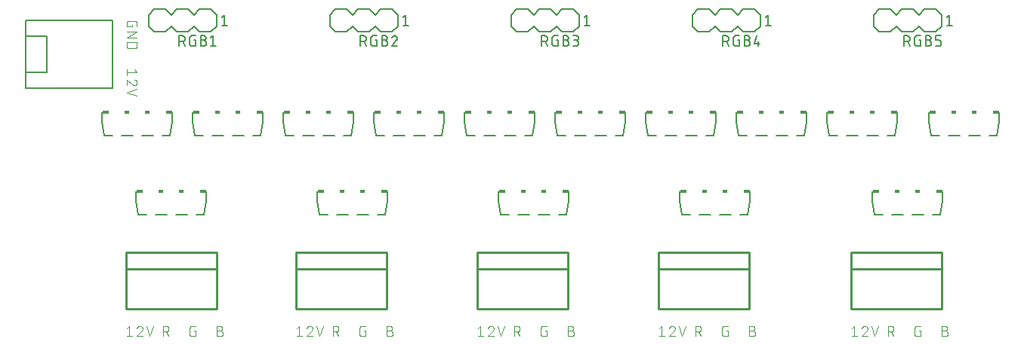
<source format=gbr>
G04 EAGLE Gerber RS-274X export*
G75*
%MOMM*%
%FSLAX34Y34*%
%LPD*%
%INSilkscreen Top*%
%IPPOS*%
%AMOC8*
5,1,8,0,0,1.08239X$1,22.5*%
G01*
%ADD10C,0.101600*%
%ADD11C,0.152400*%
%ADD12R,0.762000X0.381000*%
%ADD13R,0.508000X0.381000*%
%ADD14C,0.127000*%
%ADD15C,0.254000*%
%ADD16C,0.203200*%


D10*
X260999Y439448D02*
X260999Y437501D01*
X254508Y437501D01*
X254508Y441396D01*
X254510Y441495D01*
X254516Y441595D01*
X254525Y441694D01*
X254538Y441792D01*
X254555Y441890D01*
X254576Y441988D01*
X254601Y442084D01*
X254629Y442179D01*
X254661Y442273D01*
X254696Y442366D01*
X254735Y442458D01*
X254778Y442548D01*
X254823Y442636D01*
X254873Y442723D01*
X254925Y442807D01*
X254981Y442890D01*
X255039Y442970D01*
X255101Y443048D01*
X255166Y443123D01*
X255234Y443196D01*
X255304Y443266D01*
X255377Y443334D01*
X255452Y443399D01*
X255530Y443461D01*
X255610Y443519D01*
X255693Y443575D01*
X255777Y443627D01*
X255864Y443677D01*
X255952Y443722D01*
X256042Y443765D01*
X256134Y443804D01*
X256227Y443839D01*
X256321Y443871D01*
X256416Y443899D01*
X256512Y443924D01*
X256610Y443945D01*
X256708Y443962D01*
X256806Y443975D01*
X256905Y443984D01*
X257005Y443990D01*
X257104Y443992D01*
X263596Y443992D01*
X263695Y443990D01*
X263795Y443984D01*
X263894Y443975D01*
X263992Y443962D01*
X264090Y443945D01*
X264188Y443924D01*
X264284Y443899D01*
X264379Y443871D01*
X264473Y443839D01*
X264566Y443804D01*
X264658Y443765D01*
X264748Y443722D01*
X264836Y443677D01*
X264923Y443627D01*
X265007Y443575D01*
X265090Y443519D01*
X265170Y443461D01*
X265248Y443399D01*
X265323Y443334D01*
X265396Y443266D01*
X265466Y443196D01*
X265534Y443123D01*
X265599Y443048D01*
X265661Y442970D01*
X265719Y442890D01*
X265775Y442807D01*
X265827Y442723D01*
X265877Y442636D01*
X265922Y442548D01*
X265965Y442458D01*
X266004Y442366D01*
X266039Y442274D01*
X266071Y442179D01*
X266099Y442084D01*
X266124Y441988D01*
X266145Y441890D01*
X266162Y441792D01*
X266175Y441694D01*
X266184Y441595D01*
X266190Y441495D01*
X266192Y441396D01*
X266192Y437501D01*
X266192Y431800D02*
X254508Y431800D01*
X254508Y425309D02*
X266192Y431800D01*
X266192Y425309D02*
X254508Y425309D01*
X254508Y419608D02*
X266192Y419608D01*
X266192Y416363D01*
X266190Y416250D01*
X266184Y416137D01*
X266174Y416024D01*
X266160Y415911D01*
X266143Y415799D01*
X266121Y415688D01*
X266096Y415578D01*
X266066Y415468D01*
X266033Y415360D01*
X265996Y415253D01*
X265956Y415147D01*
X265911Y415043D01*
X265863Y414940D01*
X265812Y414839D01*
X265757Y414740D01*
X265699Y414643D01*
X265637Y414548D01*
X265572Y414455D01*
X265504Y414365D01*
X265433Y414277D01*
X265358Y414191D01*
X265281Y414108D01*
X265201Y414028D01*
X265118Y413951D01*
X265032Y413876D01*
X264944Y413805D01*
X264854Y413737D01*
X264761Y413672D01*
X264666Y413610D01*
X264569Y413552D01*
X264470Y413497D01*
X264369Y413446D01*
X264266Y413398D01*
X264162Y413353D01*
X264056Y413313D01*
X263949Y413276D01*
X263841Y413243D01*
X263731Y413213D01*
X263621Y413188D01*
X263510Y413166D01*
X263398Y413149D01*
X263285Y413135D01*
X263172Y413125D01*
X263059Y413119D01*
X262946Y413117D01*
X257754Y413117D01*
X257641Y413119D01*
X257528Y413125D01*
X257415Y413135D01*
X257302Y413149D01*
X257190Y413166D01*
X257079Y413188D01*
X256969Y413213D01*
X256859Y413243D01*
X256751Y413276D01*
X256644Y413313D01*
X256538Y413353D01*
X256434Y413398D01*
X256331Y413446D01*
X256230Y413497D01*
X256131Y413552D01*
X256034Y413610D01*
X255939Y413672D01*
X255846Y413737D01*
X255756Y413805D01*
X255668Y413876D01*
X255582Y413951D01*
X255499Y414028D01*
X255419Y414108D01*
X255342Y414191D01*
X255267Y414277D01*
X255196Y414365D01*
X255128Y414455D01*
X255063Y414548D01*
X255001Y414643D01*
X254943Y414740D01*
X254888Y414839D01*
X254837Y414940D01*
X254789Y415043D01*
X254744Y415147D01*
X254704Y415253D01*
X254667Y415360D01*
X254634Y415468D01*
X254604Y415578D01*
X254579Y415688D01*
X254557Y415799D01*
X254540Y415911D01*
X254526Y416024D01*
X254516Y416137D01*
X254510Y416250D01*
X254508Y416363D01*
X254508Y419608D01*
X263596Y389509D02*
X266192Y386264D01*
X254508Y386264D01*
X254508Y389509D02*
X254508Y383018D01*
X263271Y371588D02*
X263378Y371590D01*
X263484Y371596D01*
X263590Y371606D01*
X263696Y371619D01*
X263802Y371637D01*
X263906Y371658D01*
X264010Y371683D01*
X264113Y371712D01*
X264214Y371744D01*
X264314Y371781D01*
X264413Y371821D01*
X264511Y371864D01*
X264607Y371911D01*
X264701Y371962D01*
X264793Y372016D01*
X264883Y372073D01*
X264971Y372133D01*
X265056Y372197D01*
X265139Y372264D01*
X265220Y372334D01*
X265298Y372406D01*
X265374Y372482D01*
X265446Y372560D01*
X265516Y372641D01*
X265583Y372724D01*
X265647Y372809D01*
X265707Y372897D01*
X265764Y372987D01*
X265818Y373079D01*
X265869Y373173D01*
X265916Y373269D01*
X265959Y373367D01*
X265999Y373466D01*
X266036Y373566D01*
X266068Y373667D01*
X266097Y373770D01*
X266122Y373874D01*
X266143Y373978D01*
X266161Y374084D01*
X266174Y374190D01*
X266184Y374296D01*
X266190Y374402D01*
X266192Y374509D01*
X266190Y374630D01*
X266184Y374751D01*
X266174Y374871D01*
X266161Y374992D01*
X266143Y375111D01*
X266122Y375231D01*
X266097Y375349D01*
X266068Y375466D01*
X266035Y375583D01*
X265999Y375698D01*
X265958Y375812D01*
X265915Y375925D01*
X265867Y376037D01*
X265816Y376146D01*
X265761Y376254D01*
X265703Y376361D01*
X265642Y376465D01*
X265577Y376567D01*
X265509Y376667D01*
X265438Y376765D01*
X265364Y376861D01*
X265287Y376954D01*
X265206Y377044D01*
X265123Y377132D01*
X265037Y377217D01*
X264948Y377300D01*
X264857Y377379D01*
X264763Y377456D01*
X264667Y377529D01*
X264569Y377599D01*
X264468Y377666D01*
X264365Y377730D01*
X264260Y377791D01*
X264153Y377848D01*
X264045Y377901D01*
X263935Y377951D01*
X263823Y377997D01*
X263710Y378040D01*
X263595Y378079D01*
X260999Y372563D02*
X261077Y372484D01*
X261157Y372408D01*
X261240Y372335D01*
X261326Y372265D01*
X261413Y372198D01*
X261504Y372134D01*
X261596Y372074D01*
X261690Y372016D01*
X261787Y371962D01*
X261885Y371912D01*
X261985Y371865D01*
X262086Y371821D01*
X262189Y371781D01*
X262294Y371745D01*
X262399Y371713D01*
X262506Y371684D01*
X262613Y371659D01*
X262722Y371637D01*
X262831Y371620D01*
X262940Y371606D01*
X263050Y371597D01*
X263161Y371591D01*
X263271Y371589D01*
X260999Y372562D02*
X254508Y378079D01*
X254508Y371588D01*
X254508Y363404D02*
X266192Y367298D01*
X266192Y359509D02*
X254508Y363404D01*
X257754Y101092D02*
X254508Y98496D01*
X257754Y101092D02*
X257754Y89408D01*
X260999Y89408D02*
X254508Y89408D01*
X269508Y101092D02*
X269615Y101090D01*
X269721Y101084D01*
X269827Y101074D01*
X269933Y101061D01*
X270039Y101043D01*
X270143Y101022D01*
X270247Y100997D01*
X270350Y100968D01*
X270451Y100936D01*
X270551Y100899D01*
X270650Y100859D01*
X270748Y100816D01*
X270844Y100769D01*
X270938Y100718D01*
X271030Y100664D01*
X271120Y100607D01*
X271208Y100547D01*
X271293Y100483D01*
X271376Y100416D01*
X271457Y100346D01*
X271535Y100274D01*
X271611Y100198D01*
X271683Y100120D01*
X271753Y100039D01*
X271820Y99956D01*
X271884Y99871D01*
X271944Y99783D01*
X272001Y99693D01*
X272055Y99601D01*
X272106Y99507D01*
X272153Y99411D01*
X272196Y99313D01*
X272236Y99214D01*
X272273Y99114D01*
X272305Y99013D01*
X272334Y98910D01*
X272359Y98806D01*
X272380Y98702D01*
X272398Y98596D01*
X272411Y98490D01*
X272421Y98384D01*
X272427Y98278D01*
X272429Y98171D01*
X269508Y101092D02*
X269387Y101090D01*
X269266Y101084D01*
X269146Y101074D01*
X269025Y101061D01*
X268906Y101043D01*
X268786Y101022D01*
X268668Y100997D01*
X268551Y100968D01*
X268434Y100935D01*
X268319Y100899D01*
X268205Y100858D01*
X268092Y100815D01*
X267980Y100767D01*
X267871Y100716D01*
X267763Y100661D01*
X267656Y100603D01*
X267552Y100542D01*
X267450Y100477D01*
X267350Y100409D01*
X267252Y100338D01*
X267156Y100264D01*
X267063Y100187D01*
X266973Y100106D01*
X266885Y100023D01*
X266800Y99937D01*
X266717Y99848D01*
X266638Y99757D01*
X266561Y99663D01*
X266488Y99567D01*
X266418Y99469D01*
X266351Y99368D01*
X266287Y99265D01*
X266227Y99160D01*
X266170Y99053D01*
X266116Y98945D01*
X266066Y98835D01*
X266020Y98723D01*
X265977Y98610D01*
X265938Y98495D01*
X271456Y95899D02*
X271535Y95976D01*
X271611Y96057D01*
X271684Y96140D01*
X271754Y96225D01*
X271821Y96313D01*
X271885Y96403D01*
X271945Y96495D01*
X272002Y96590D01*
X272056Y96686D01*
X272107Y96784D01*
X272154Y96884D01*
X272198Y96986D01*
X272238Y97089D01*
X272274Y97193D01*
X272306Y97299D01*
X272335Y97405D01*
X272360Y97513D01*
X272382Y97621D01*
X272399Y97731D01*
X272413Y97840D01*
X272422Y97950D01*
X272428Y98061D01*
X272430Y98171D01*
X271455Y95899D02*
X265938Y89408D01*
X272429Y89408D01*
X280614Y89408D02*
X276719Y101092D01*
X284508Y101092D02*
X280614Y89408D01*
X295349Y89408D02*
X295349Y101092D01*
X298594Y101092D01*
X298707Y101090D01*
X298820Y101084D01*
X298933Y101074D01*
X299046Y101060D01*
X299158Y101043D01*
X299269Y101021D01*
X299379Y100996D01*
X299489Y100966D01*
X299597Y100933D01*
X299704Y100896D01*
X299810Y100856D01*
X299914Y100811D01*
X300017Y100763D01*
X300118Y100712D01*
X300217Y100657D01*
X300314Y100599D01*
X300409Y100537D01*
X300502Y100472D01*
X300592Y100404D01*
X300680Y100333D01*
X300766Y100258D01*
X300849Y100181D01*
X300929Y100101D01*
X301006Y100018D01*
X301081Y99932D01*
X301152Y99844D01*
X301220Y99754D01*
X301285Y99661D01*
X301347Y99566D01*
X301405Y99469D01*
X301460Y99370D01*
X301511Y99269D01*
X301559Y99166D01*
X301604Y99062D01*
X301644Y98956D01*
X301681Y98849D01*
X301714Y98741D01*
X301744Y98631D01*
X301769Y98521D01*
X301791Y98410D01*
X301808Y98298D01*
X301822Y98185D01*
X301832Y98072D01*
X301838Y97959D01*
X301840Y97846D01*
X301838Y97733D01*
X301832Y97620D01*
X301822Y97507D01*
X301808Y97394D01*
X301791Y97282D01*
X301769Y97171D01*
X301744Y97061D01*
X301714Y96951D01*
X301681Y96843D01*
X301644Y96736D01*
X301604Y96630D01*
X301559Y96526D01*
X301511Y96423D01*
X301460Y96322D01*
X301405Y96223D01*
X301347Y96126D01*
X301285Y96031D01*
X301220Y95938D01*
X301152Y95848D01*
X301081Y95760D01*
X301006Y95674D01*
X300929Y95591D01*
X300849Y95511D01*
X300766Y95434D01*
X300680Y95359D01*
X300592Y95288D01*
X300502Y95220D01*
X300409Y95155D01*
X300314Y95093D01*
X300217Y95035D01*
X300118Y94980D01*
X300017Y94929D01*
X299914Y94881D01*
X299810Y94836D01*
X299704Y94796D01*
X299597Y94759D01*
X299489Y94726D01*
X299379Y94696D01*
X299269Y94671D01*
X299158Y94649D01*
X299046Y94632D01*
X298933Y94618D01*
X298820Y94608D01*
X298707Y94602D01*
X298594Y94600D01*
X298594Y94601D02*
X295349Y94601D01*
X299243Y94601D02*
X301840Y89408D01*
X329918Y95899D02*
X331865Y95899D01*
X331865Y89408D01*
X327970Y89408D01*
X327871Y89410D01*
X327771Y89416D01*
X327672Y89425D01*
X327574Y89438D01*
X327476Y89455D01*
X327378Y89476D01*
X327282Y89501D01*
X327187Y89529D01*
X327093Y89561D01*
X327000Y89596D01*
X326908Y89635D01*
X326818Y89678D01*
X326730Y89723D01*
X326643Y89773D01*
X326559Y89825D01*
X326476Y89881D01*
X326396Y89939D01*
X326318Y90001D01*
X326243Y90066D01*
X326170Y90134D01*
X326100Y90204D01*
X326032Y90277D01*
X325967Y90352D01*
X325905Y90430D01*
X325847Y90510D01*
X325791Y90593D01*
X325739Y90677D01*
X325689Y90764D01*
X325644Y90852D01*
X325601Y90942D01*
X325562Y91034D01*
X325527Y91127D01*
X325495Y91221D01*
X325467Y91316D01*
X325442Y91412D01*
X325421Y91510D01*
X325404Y91608D01*
X325391Y91706D01*
X325382Y91805D01*
X325376Y91905D01*
X325374Y92004D01*
X325374Y98496D01*
X325376Y98595D01*
X325382Y98695D01*
X325391Y98794D01*
X325404Y98892D01*
X325421Y98990D01*
X325442Y99088D01*
X325467Y99184D01*
X325495Y99279D01*
X325527Y99373D01*
X325562Y99466D01*
X325601Y99558D01*
X325644Y99648D01*
X325689Y99736D01*
X325739Y99823D01*
X325791Y99907D01*
X325847Y99990D01*
X325905Y100070D01*
X325967Y100148D01*
X326032Y100223D01*
X326100Y100296D01*
X326170Y100366D01*
X326243Y100434D01*
X326318Y100499D01*
X326396Y100561D01*
X326476Y100619D01*
X326559Y100675D01*
X326643Y100727D01*
X326730Y100777D01*
X326818Y100822D01*
X326908Y100865D01*
X327000Y100904D01*
X327092Y100939D01*
X327187Y100971D01*
X327282Y100999D01*
X327378Y101024D01*
X327476Y101045D01*
X327574Y101062D01*
X327672Y101075D01*
X327771Y101084D01*
X327871Y101090D01*
X327970Y101092D01*
X331865Y101092D01*
X356023Y95899D02*
X359269Y95899D01*
X359269Y95900D02*
X359382Y95898D01*
X359495Y95892D01*
X359608Y95882D01*
X359721Y95868D01*
X359833Y95851D01*
X359944Y95829D01*
X360054Y95804D01*
X360164Y95774D01*
X360272Y95741D01*
X360379Y95704D01*
X360485Y95664D01*
X360589Y95619D01*
X360692Y95571D01*
X360793Y95520D01*
X360892Y95465D01*
X360989Y95407D01*
X361084Y95345D01*
X361177Y95280D01*
X361267Y95212D01*
X361355Y95141D01*
X361441Y95066D01*
X361524Y94989D01*
X361604Y94909D01*
X361681Y94826D01*
X361756Y94740D01*
X361827Y94652D01*
X361895Y94562D01*
X361960Y94469D01*
X362022Y94374D01*
X362080Y94277D01*
X362135Y94178D01*
X362186Y94077D01*
X362234Y93974D01*
X362279Y93870D01*
X362319Y93764D01*
X362356Y93657D01*
X362389Y93549D01*
X362419Y93439D01*
X362444Y93329D01*
X362466Y93218D01*
X362483Y93106D01*
X362497Y92993D01*
X362507Y92880D01*
X362513Y92767D01*
X362515Y92654D01*
X362513Y92541D01*
X362507Y92428D01*
X362497Y92315D01*
X362483Y92202D01*
X362466Y92090D01*
X362444Y91979D01*
X362419Y91869D01*
X362389Y91759D01*
X362356Y91651D01*
X362319Y91544D01*
X362279Y91438D01*
X362234Y91334D01*
X362186Y91231D01*
X362135Y91130D01*
X362080Y91031D01*
X362022Y90934D01*
X361960Y90839D01*
X361895Y90746D01*
X361827Y90656D01*
X361756Y90568D01*
X361681Y90482D01*
X361604Y90399D01*
X361524Y90319D01*
X361441Y90242D01*
X361355Y90167D01*
X361267Y90096D01*
X361177Y90028D01*
X361084Y89963D01*
X360989Y89901D01*
X360892Y89843D01*
X360793Y89788D01*
X360692Y89737D01*
X360589Y89689D01*
X360485Y89644D01*
X360379Y89604D01*
X360272Y89567D01*
X360164Y89534D01*
X360054Y89504D01*
X359944Y89479D01*
X359833Y89457D01*
X359721Y89440D01*
X359608Y89426D01*
X359495Y89416D01*
X359382Y89410D01*
X359269Y89408D01*
X356023Y89408D01*
X356023Y101092D01*
X359269Y101092D01*
X359370Y101090D01*
X359470Y101084D01*
X359570Y101074D01*
X359670Y101061D01*
X359769Y101043D01*
X359868Y101022D01*
X359965Y100997D01*
X360062Y100968D01*
X360157Y100935D01*
X360251Y100899D01*
X360343Y100859D01*
X360434Y100816D01*
X360523Y100769D01*
X360610Y100719D01*
X360696Y100665D01*
X360779Y100608D01*
X360859Y100548D01*
X360938Y100485D01*
X361014Y100418D01*
X361087Y100349D01*
X361157Y100277D01*
X361225Y100203D01*
X361290Y100126D01*
X361351Y100046D01*
X361410Y99964D01*
X361465Y99880D01*
X361517Y99794D01*
X361566Y99706D01*
X361611Y99616D01*
X361653Y99524D01*
X361691Y99431D01*
X361725Y99336D01*
X361756Y99241D01*
X361783Y99144D01*
X361806Y99046D01*
X361826Y98947D01*
X361841Y98847D01*
X361853Y98747D01*
X361861Y98647D01*
X361865Y98546D01*
X361865Y98446D01*
X361861Y98345D01*
X361853Y98245D01*
X361841Y98145D01*
X361826Y98045D01*
X361806Y97946D01*
X361783Y97848D01*
X361756Y97751D01*
X361725Y97656D01*
X361691Y97561D01*
X361653Y97468D01*
X361611Y97376D01*
X361566Y97286D01*
X361517Y97198D01*
X361465Y97112D01*
X361410Y97028D01*
X361351Y96946D01*
X361290Y96866D01*
X361225Y96789D01*
X361157Y96715D01*
X361087Y96643D01*
X361014Y96574D01*
X360938Y96507D01*
X360859Y96444D01*
X360779Y96384D01*
X360696Y96327D01*
X360610Y96273D01*
X360523Y96223D01*
X360434Y96176D01*
X360343Y96133D01*
X360251Y96093D01*
X360157Y96057D01*
X360062Y96024D01*
X359965Y95995D01*
X359868Y95970D01*
X359769Y95949D01*
X359670Y95931D01*
X359570Y95918D01*
X359470Y95908D01*
X359370Y95902D01*
X359269Y95900D01*
X445008Y98496D02*
X448254Y101092D01*
X448254Y89408D01*
X451499Y89408D02*
X445008Y89408D01*
X460008Y101092D02*
X460115Y101090D01*
X460221Y101084D01*
X460327Y101074D01*
X460433Y101061D01*
X460539Y101043D01*
X460643Y101022D01*
X460747Y100997D01*
X460850Y100968D01*
X460951Y100936D01*
X461051Y100899D01*
X461150Y100859D01*
X461248Y100816D01*
X461344Y100769D01*
X461438Y100718D01*
X461530Y100664D01*
X461620Y100607D01*
X461708Y100547D01*
X461793Y100483D01*
X461876Y100416D01*
X461957Y100346D01*
X462035Y100274D01*
X462111Y100198D01*
X462183Y100120D01*
X462253Y100039D01*
X462320Y99956D01*
X462384Y99871D01*
X462444Y99783D01*
X462501Y99693D01*
X462555Y99601D01*
X462606Y99507D01*
X462653Y99411D01*
X462696Y99313D01*
X462736Y99214D01*
X462773Y99114D01*
X462805Y99013D01*
X462834Y98910D01*
X462859Y98806D01*
X462880Y98702D01*
X462898Y98596D01*
X462911Y98490D01*
X462921Y98384D01*
X462927Y98278D01*
X462929Y98171D01*
X460008Y101092D02*
X459887Y101090D01*
X459766Y101084D01*
X459646Y101074D01*
X459525Y101061D01*
X459406Y101043D01*
X459286Y101022D01*
X459168Y100997D01*
X459051Y100968D01*
X458934Y100935D01*
X458819Y100899D01*
X458705Y100858D01*
X458592Y100815D01*
X458480Y100767D01*
X458371Y100716D01*
X458263Y100661D01*
X458156Y100603D01*
X458052Y100542D01*
X457950Y100477D01*
X457850Y100409D01*
X457752Y100338D01*
X457656Y100264D01*
X457563Y100187D01*
X457473Y100106D01*
X457385Y100023D01*
X457300Y99937D01*
X457217Y99848D01*
X457138Y99757D01*
X457061Y99663D01*
X456988Y99567D01*
X456918Y99469D01*
X456851Y99368D01*
X456787Y99265D01*
X456727Y99160D01*
X456670Y99053D01*
X456616Y98945D01*
X456566Y98835D01*
X456520Y98723D01*
X456477Y98610D01*
X456438Y98495D01*
X461956Y95899D02*
X462035Y95976D01*
X462111Y96057D01*
X462184Y96140D01*
X462254Y96225D01*
X462321Y96313D01*
X462385Y96403D01*
X462445Y96495D01*
X462502Y96590D01*
X462556Y96686D01*
X462607Y96784D01*
X462654Y96884D01*
X462698Y96986D01*
X462738Y97089D01*
X462774Y97193D01*
X462806Y97299D01*
X462835Y97405D01*
X462860Y97513D01*
X462882Y97621D01*
X462899Y97731D01*
X462913Y97840D01*
X462922Y97950D01*
X462928Y98061D01*
X462930Y98171D01*
X461955Y95899D02*
X456438Y89408D01*
X462929Y89408D01*
X471114Y89408D02*
X467219Y101092D01*
X475008Y101092D02*
X471114Y89408D01*
X485849Y89408D02*
X485849Y101092D01*
X489094Y101092D01*
X489207Y101090D01*
X489320Y101084D01*
X489433Y101074D01*
X489546Y101060D01*
X489658Y101043D01*
X489769Y101021D01*
X489879Y100996D01*
X489989Y100966D01*
X490097Y100933D01*
X490204Y100896D01*
X490310Y100856D01*
X490414Y100811D01*
X490517Y100763D01*
X490618Y100712D01*
X490717Y100657D01*
X490814Y100599D01*
X490909Y100537D01*
X491002Y100472D01*
X491092Y100404D01*
X491180Y100333D01*
X491266Y100258D01*
X491349Y100181D01*
X491429Y100101D01*
X491506Y100018D01*
X491581Y99932D01*
X491652Y99844D01*
X491720Y99754D01*
X491785Y99661D01*
X491847Y99566D01*
X491905Y99469D01*
X491960Y99370D01*
X492011Y99269D01*
X492059Y99166D01*
X492104Y99062D01*
X492144Y98956D01*
X492181Y98849D01*
X492214Y98741D01*
X492244Y98631D01*
X492269Y98521D01*
X492291Y98410D01*
X492308Y98298D01*
X492322Y98185D01*
X492332Y98072D01*
X492338Y97959D01*
X492340Y97846D01*
X492338Y97733D01*
X492332Y97620D01*
X492322Y97507D01*
X492308Y97394D01*
X492291Y97282D01*
X492269Y97171D01*
X492244Y97061D01*
X492214Y96951D01*
X492181Y96843D01*
X492144Y96736D01*
X492104Y96630D01*
X492059Y96526D01*
X492011Y96423D01*
X491960Y96322D01*
X491905Y96223D01*
X491847Y96126D01*
X491785Y96031D01*
X491720Y95938D01*
X491652Y95848D01*
X491581Y95760D01*
X491506Y95674D01*
X491429Y95591D01*
X491349Y95511D01*
X491266Y95434D01*
X491180Y95359D01*
X491092Y95288D01*
X491002Y95220D01*
X490909Y95155D01*
X490814Y95093D01*
X490717Y95035D01*
X490618Y94980D01*
X490517Y94929D01*
X490414Y94881D01*
X490310Y94836D01*
X490204Y94796D01*
X490097Y94759D01*
X489989Y94726D01*
X489879Y94696D01*
X489769Y94671D01*
X489658Y94649D01*
X489546Y94632D01*
X489433Y94618D01*
X489320Y94608D01*
X489207Y94602D01*
X489094Y94600D01*
X489094Y94601D02*
X485849Y94601D01*
X489743Y94601D02*
X492340Y89408D01*
X520418Y95899D02*
X522365Y95899D01*
X522365Y89408D01*
X518470Y89408D01*
X518371Y89410D01*
X518271Y89416D01*
X518172Y89425D01*
X518074Y89438D01*
X517976Y89455D01*
X517878Y89476D01*
X517782Y89501D01*
X517687Y89529D01*
X517593Y89561D01*
X517500Y89596D01*
X517408Y89635D01*
X517318Y89678D01*
X517230Y89723D01*
X517143Y89773D01*
X517059Y89825D01*
X516976Y89881D01*
X516896Y89939D01*
X516818Y90001D01*
X516743Y90066D01*
X516670Y90134D01*
X516600Y90204D01*
X516532Y90277D01*
X516467Y90352D01*
X516405Y90430D01*
X516347Y90510D01*
X516291Y90593D01*
X516239Y90677D01*
X516189Y90764D01*
X516144Y90852D01*
X516101Y90942D01*
X516062Y91034D01*
X516027Y91127D01*
X515995Y91221D01*
X515967Y91316D01*
X515942Y91412D01*
X515921Y91510D01*
X515904Y91608D01*
X515891Y91706D01*
X515882Y91805D01*
X515876Y91905D01*
X515874Y92004D01*
X515874Y98496D01*
X515876Y98595D01*
X515882Y98695D01*
X515891Y98794D01*
X515904Y98892D01*
X515921Y98990D01*
X515942Y99088D01*
X515967Y99184D01*
X515995Y99279D01*
X516027Y99373D01*
X516062Y99466D01*
X516101Y99558D01*
X516144Y99648D01*
X516189Y99736D01*
X516239Y99823D01*
X516291Y99907D01*
X516347Y99990D01*
X516405Y100070D01*
X516467Y100148D01*
X516532Y100223D01*
X516600Y100296D01*
X516670Y100366D01*
X516743Y100434D01*
X516818Y100499D01*
X516896Y100561D01*
X516976Y100619D01*
X517059Y100675D01*
X517143Y100727D01*
X517230Y100777D01*
X517318Y100822D01*
X517408Y100865D01*
X517500Y100904D01*
X517592Y100939D01*
X517687Y100971D01*
X517782Y100999D01*
X517878Y101024D01*
X517976Y101045D01*
X518074Y101062D01*
X518172Y101075D01*
X518271Y101084D01*
X518371Y101090D01*
X518470Y101092D01*
X522365Y101092D01*
X546523Y95899D02*
X549769Y95899D01*
X549769Y95900D02*
X549882Y95898D01*
X549995Y95892D01*
X550108Y95882D01*
X550221Y95868D01*
X550333Y95851D01*
X550444Y95829D01*
X550554Y95804D01*
X550664Y95774D01*
X550772Y95741D01*
X550879Y95704D01*
X550985Y95664D01*
X551089Y95619D01*
X551192Y95571D01*
X551293Y95520D01*
X551392Y95465D01*
X551489Y95407D01*
X551584Y95345D01*
X551677Y95280D01*
X551767Y95212D01*
X551855Y95141D01*
X551941Y95066D01*
X552024Y94989D01*
X552104Y94909D01*
X552181Y94826D01*
X552256Y94740D01*
X552327Y94652D01*
X552395Y94562D01*
X552460Y94469D01*
X552522Y94374D01*
X552580Y94277D01*
X552635Y94178D01*
X552686Y94077D01*
X552734Y93974D01*
X552779Y93870D01*
X552819Y93764D01*
X552856Y93657D01*
X552889Y93549D01*
X552919Y93439D01*
X552944Y93329D01*
X552966Y93218D01*
X552983Y93106D01*
X552997Y92993D01*
X553007Y92880D01*
X553013Y92767D01*
X553015Y92654D01*
X553013Y92541D01*
X553007Y92428D01*
X552997Y92315D01*
X552983Y92202D01*
X552966Y92090D01*
X552944Y91979D01*
X552919Y91869D01*
X552889Y91759D01*
X552856Y91651D01*
X552819Y91544D01*
X552779Y91438D01*
X552734Y91334D01*
X552686Y91231D01*
X552635Y91130D01*
X552580Y91031D01*
X552522Y90934D01*
X552460Y90839D01*
X552395Y90746D01*
X552327Y90656D01*
X552256Y90568D01*
X552181Y90482D01*
X552104Y90399D01*
X552024Y90319D01*
X551941Y90242D01*
X551855Y90167D01*
X551767Y90096D01*
X551677Y90028D01*
X551584Y89963D01*
X551489Y89901D01*
X551392Y89843D01*
X551293Y89788D01*
X551192Y89737D01*
X551089Y89689D01*
X550985Y89644D01*
X550879Y89604D01*
X550772Y89567D01*
X550664Y89534D01*
X550554Y89504D01*
X550444Y89479D01*
X550333Y89457D01*
X550221Y89440D01*
X550108Y89426D01*
X549995Y89416D01*
X549882Y89410D01*
X549769Y89408D01*
X546523Y89408D01*
X546523Y101092D01*
X549769Y101092D01*
X549870Y101090D01*
X549970Y101084D01*
X550070Y101074D01*
X550170Y101061D01*
X550269Y101043D01*
X550368Y101022D01*
X550465Y100997D01*
X550562Y100968D01*
X550657Y100935D01*
X550751Y100899D01*
X550843Y100859D01*
X550934Y100816D01*
X551023Y100769D01*
X551110Y100719D01*
X551196Y100665D01*
X551279Y100608D01*
X551359Y100548D01*
X551438Y100485D01*
X551514Y100418D01*
X551587Y100349D01*
X551657Y100277D01*
X551725Y100203D01*
X551790Y100126D01*
X551851Y100046D01*
X551910Y99964D01*
X551965Y99880D01*
X552017Y99794D01*
X552066Y99706D01*
X552111Y99616D01*
X552153Y99524D01*
X552191Y99431D01*
X552225Y99336D01*
X552256Y99241D01*
X552283Y99144D01*
X552306Y99046D01*
X552326Y98947D01*
X552341Y98847D01*
X552353Y98747D01*
X552361Y98647D01*
X552365Y98546D01*
X552365Y98446D01*
X552361Y98345D01*
X552353Y98245D01*
X552341Y98145D01*
X552326Y98045D01*
X552306Y97946D01*
X552283Y97848D01*
X552256Y97751D01*
X552225Y97656D01*
X552191Y97561D01*
X552153Y97468D01*
X552111Y97376D01*
X552066Y97286D01*
X552017Y97198D01*
X551965Y97112D01*
X551910Y97028D01*
X551851Y96946D01*
X551790Y96866D01*
X551725Y96789D01*
X551657Y96715D01*
X551587Y96643D01*
X551514Y96574D01*
X551438Y96507D01*
X551359Y96444D01*
X551279Y96384D01*
X551196Y96327D01*
X551110Y96273D01*
X551023Y96223D01*
X550934Y96176D01*
X550843Y96133D01*
X550751Y96093D01*
X550657Y96057D01*
X550562Y96024D01*
X550465Y95995D01*
X550368Y95970D01*
X550269Y95949D01*
X550170Y95931D01*
X550070Y95918D01*
X549970Y95908D01*
X549870Y95902D01*
X549769Y95900D01*
X648208Y98496D02*
X651454Y101092D01*
X651454Y89408D01*
X654699Y89408D02*
X648208Y89408D01*
X663208Y101092D02*
X663315Y101090D01*
X663421Y101084D01*
X663527Y101074D01*
X663633Y101061D01*
X663739Y101043D01*
X663843Y101022D01*
X663947Y100997D01*
X664050Y100968D01*
X664151Y100936D01*
X664251Y100899D01*
X664350Y100859D01*
X664448Y100816D01*
X664544Y100769D01*
X664638Y100718D01*
X664730Y100664D01*
X664820Y100607D01*
X664908Y100547D01*
X664993Y100483D01*
X665076Y100416D01*
X665157Y100346D01*
X665235Y100274D01*
X665311Y100198D01*
X665383Y100120D01*
X665453Y100039D01*
X665520Y99956D01*
X665584Y99871D01*
X665644Y99783D01*
X665701Y99693D01*
X665755Y99601D01*
X665806Y99507D01*
X665853Y99411D01*
X665896Y99313D01*
X665936Y99214D01*
X665973Y99114D01*
X666005Y99013D01*
X666034Y98910D01*
X666059Y98806D01*
X666080Y98702D01*
X666098Y98596D01*
X666111Y98490D01*
X666121Y98384D01*
X666127Y98278D01*
X666129Y98171D01*
X663208Y101092D02*
X663087Y101090D01*
X662966Y101084D01*
X662846Y101074D01*
X662725Y101061D01*
X662606Y101043D01*
X662486Y101022D01*
X662368Y100997D01*
X662251Y100968D01*
X662134Y100935D01*
X662019Y100899D01*
X661905Y100858D01*
X661792Y100815D01*
X661680Y100767D01*
X661571Y100716D01*
X661463Y100661D01*
X661356Y100603D01*
X661252Y100542D01*
X661150Y100477D01*
X661050Y100409D01*
X660952Y100338D01*
X660856Y100264D01*
X660763Y100187D01*
X660673Y100106D01*
X660585Y100023D01*
X660500Y99937D01*
X660417Y99848D01*
X660338Y99757D01*
X660261Y99663D01*
X660188Y99567D01*
X660118Y99469D01*
X660051Y99368D01*
X659987Y99265D01*
X659927Y99160D01*
X659870Y99053D01*
X659816Y98945D01*
X659766Y98835D01*
X659720Y98723D01*
X659677Y98610D01*
X659638Y98495D01*
X665156Y95899D02*
X665235Y95976D01*
X665311Y96057D01*
X665384Y96140D01*
X665454Y96225D01*
X665521Y96313D01*
X665585Y96403D01*
X665645Y96495D01*
X665702Y96590D01*
X665756Y96686D01*
X665807Y96784D01*
X665854Y96884D01*
X665898Y96986D01*
X665938Y97089D01*
X665974Y97193D01*
X666006Y97299D01*
X666035Y97405D01*
X666060Y97513D01*
X666082Y97621D01*
X666099Y97731D01*
X666113Y97840D01*
X666122Y97950D01*
X666128Y98061D01*
X666130Y98171D01*
X665155Y95899D02*
X659638Y89408D01*
X666129Y89408D01*
X674314Y89408D02*
X670419Y101092D01*
X678208Y101092D02*
X674314Y89408D01*
X689049Y89408D02*
X689049Y101092D01*
X692294Y101092D01*
X692407Y101090D01*
X692520Y101084D01*
X692633Y101074D01*
X692746Y101060D01*
X692858Y101043D01*
X692969Y101021D01*
X693079Y100996D01*
X693189Y100966D01*
X693297Y100933D01*
X693404Y100896D01*
X693510Y100856D01*
X693614Y100811D01*
X693717Y100763D01*
X693818Y100712D01*
X693917Y100657D01*
X694014Y100599D01*
X694109Y100537D01*
X694202Y100472D01*
X694292Y100404D01*
X694380Y100333D01*
X694466Y100258D01*
X694549Y100181D01*
X694629Y100101D01*
X694706Y100018D01*
X694781Y99932D01*
X694852Y99844D01*
X694920Y99754D01*
X694985Y99661D01*
X695047Y99566D01*
X695105Y99469D01*
X695160Y99370D01*
X695211Y99269D01*
X695259Y99166D01*
X695304Y99062D01*
X695344Y98956D01*
X695381Y98849D01*
X695414Y98741D01*
X695444Y98631D01*
X695469Y98521D01*
X695491Y98410D01*
X695508Y98298D01*
X695522Y98185D01*
X695532Y98072D01*
X695538Y97959D01*
X695540Y97846D01*
X695538Y97733D01*
X695532Y97620D01*
X695522Y97507D01*
X695508Y97394D01*
X695491Y97282D01*
X695469Y97171D01*
X695444Y97061D01*
X695414Y96951D01*
X695381Y96843D01*
X695344Y96736D01*
X695304Y96630D01*
X695259Y96526D01*
X695211Y96423D01*
X695160Y96322D01*
X695105Y96223D01*
X695047Y96126D01*
X694985Y96031D01*
X694920Y95938D01*
X694852Y95848D01*
X694781Y95760D01*
X694706Y95674D01*
X694629Y95591D01*
X694549Y95511D01*
X694466Y95434D01*
X694380Y95359D01*
X694292Y95288D01*
X694202Y95220D01*
X694109Y95155D01*
X694014Y95093D01*
X693917Y95035D01*
X693818Y94980D01*
X693717Y94929D01*
X693614Y94881D01*
X693510Y94836D01*
X693404Y94796D01*
X693297Y94759D01*
X693189Y94726D01*
X693079Y94696D01*
X692969Y94671D01*
X692858Y94649D01*
X692746Y94632D01*
X692633Y94618D01*
X692520Y94608D01*
X692407Y94602D01*
X692294Y94600D01*
X692294Y94601D02*
X689049Y94601D01*
X692943Y94601D02*
X695540Y89408D01*
X723618Y95899D02*
X725565Y95899D01*
X725565Y89408D01*
X721670Y89408D01*
X721571Y89410D01*
X721471Y89416D01*
X721372Y89425D01*
X721274Y89438D01*
X721176Y89455D01*
X721078Y89476D01*
X720982Y89501D01*
X720887Y89529D01*
X720793Y89561D01*
X720700Y89596D01*
X720608Y89635D01*
X720518Y89678D01*
X720430Y89723D01*
X720343Y89773D01*
X720259Y89825D01*
X720176Y89881D01*
X720096Y89939D01*
X720018Y90001D01*
X719943Y90066D01*
X719870Y90134D01*
X719800Y90204D01*
X719732Y90277D01*
X719667Y90352D01*
X719605Y90430D01*
X719547Y90510D01*
X719491Y90593D01*
X719439Y90677D01*
X719389Y90764D01*
X719344Y90852D01*
X719301Y90942D01*
X719262Y91034D01*
X719227Y91127D01*
X719195Y91221D01*
X719167Y91316D01*
X719142Y91412D01*
X719121Y91510D01*
X719104Y91608D01*
X719091Y91706D01*
X719082Y91805D01*
X719076Y91905D01*
X719074Y92004D01*
X719074Y98496D01*
X719076Y98595D01*
X719082Y98695D01*
X719091Y98794D01*
X719104Y98892D01*
X719121Y98990D01*
X719142Y99088D01*
X719167Y99184D01*
X719195Y99279D01*
X719227Y99373D01*
X719262Y99466D01*
X719301Y99558D01*
X719344Y99648D01*
X719389Y99736D01*
X719439Y99823D01*
X719491Y99907D01*
X719547Y99990D01*
X719605Y100070D01*
X719667Y100148D01*
X719732Y100223D01*
X719800Y100296D01*
X719870Y100366D01*
X719943Y100434D01*
X720018Y100499D01*
X720096Y100561D01*
X720176Y100619D01*
X720259Y100675D01*
X720343Y100727D01*
X720430Y100777D01*
X720518Y100822D01*
X720608Y100865D01*
X720700Y100904D01*
X720792Y100939D01*
X720887Y100971D01*
X720982Y100999D01*
X721078Y101024D01*
X721176Y101045D01*
X721274Y101062D01*
X721372Y101075D01*
X721471Y101084D01*
X721571Y101090D01*
X721670Y101092D01*
X725565Y101092D01*
X749723Y95899D02*
X752969Y95899D01*
X752969Y95900D02*
X753082Y95898D01*
X753195Y95892D01*
X753308Y95882D01*
X753421Y95868D01*
X753533Y95851D01*
X753644Y95829D01*
X753754Y95804D01*
X753864Y95774D01*
X753972Y95741D01*
X754079Y95704D01*
X754185Y95664D01*
X754289Y95619D01*
X754392Y95571D01*
X754493Y95520D01*
X754592Y95465D01*
X754689Y95407D01*
X754784Y95345D01*
X754877Y95280D01*
X754967Y95212D01*
X755055Y95141D01*
X755141Y95066D01*
X755224Y94989D01*
X755304Y94909D01*
X755381Y94826D01*
X755456Y94740D01*
X755527Y94652D01*
X755595Y94562D01*
X755660Y94469D01*
X755722Y94374D01*
X755780Y94277D01*
X755835Y94178D01*
X755886Y94077D01*
X755934Y93974D01*
X755979Y93870D01*
X756019Y93764D01*
X756056Y93657D01*
X756089Y93549D01*
X756119Y93439D01*
X756144Y93329D01*
X756166Y93218D01*
X756183Y93106D01*
X756197Y92993D01*
X756207Y92880D01*
X756213Y92767D01*
X756215Y92654D01*
X756213Y92541D01*
X756207Y92428D01*
X756197Y92315D01*
X756183Y92202D01*
X756166Y92090D01*
X756144Y91979D01*
X756119Y91869D01*
X756089Y91759D01*
X756056Y91651D01*
X756019Y91544D01*
X755979Y91438D01*
X755934Y91334D01*
X755886Y91231D01*
X755835Y91130D01*
X755780Y91031D01*
X755722Y90934D01*
X755660Y90839D01*
X755595Y90746D01*
X755527Y90656D01*
X755456Y90568D01*
X755381Y90482D01*
X755304Y90399D01*
X755224Y90319D01*
X755141Y90242D01*
X755055Y90167D01*
X754967Y90096D01*
X754877Y90028D01*
X754784Y89963D01*
X754689Y89901D01*
X754592Y89843D01*
X754493Y89788D01*
X754392Y89737D01*
X754289Y89689D01*
X754185Y89644D01*
X754079Y89604D01*
X753972Y89567D01*
X753864Y89534D01*
X753754Y89504D01*
X753644Y89479D01*
X753533Y89457D01*
X753421Y89440D01*
X753308Y89426D01*
X753195Y89416D01*
X753082Y89410D01*
X752969Y89408D01*
X749723Y89408D01*
X749723Y101092D01*
X752969Y101092D01*
X753070Y101090D01*
X753170Y101084D01*
X753270Y101074D01*
X753370Y101061D01*
X753469Y101043D01*
X753568Y101022D01*
X753665Y100997D01*
X753762Y100968D01*
X753857Y100935D01*
X753951Y100899D01*
X754043Y100859D01*
X754134Y100816D01*
X754223Y100769D01*
X754310Y100719D01*
X754396Y100665D01*
X754479Y100608D01*
X754559Y100548D01*
X754638Y100485D01*
X754714Y100418D01*
X754787Y100349D01*
X754857Y100277D01*
X754925Y100203D01*
X754990Y100126D01*
X755051Y100046D01*
X755110Y99964D01*
X755165Y99880D01*
X755217Y99794D01*
X755266Y99706D01*
X755311Y99616D01*
X755353Y99524D01*
X755391Y99431D01*
X755425Y99336D01*
X755456Y99241D01*
X755483Y99144D01*
X755506Y99046D01*
X755526Y98947D01*
X755541Y98847D01*
X755553Y98747D01*
X755561Y98647D01*
X755565Y98546D01*
X755565Y98446D01*
X755561Y98345D01*
X755553Y98245D01*
X755541Y98145D01*
X755526Y98045D01*
X755506Y97946D01*
X755483Y97848D01*
X755456Y97751D01*
X755425Y97656D01*
X755391Y97561D01*
X755353Y97468D01*
X755311Y97376D01*
X755266Y97286D01*
X755217Y97198D01*
X755165Y97112D01*
X755110Y97028D01*
X755051Y96946D01*
X754990Y96866D01*
X754925Y96789D01*
X754857Y96715D01*
X754787Y96643D01*
X754714Y96574D01*
X754638Y96507D01*
X754559Y96444D01*
X754479Y96384D01*
X754396Y96327D01*
X754310Y96273D01*
X754223Y96223D01*
X754134Y96176D01*
X754043Y96133D01*
X753951Y96093D01*
X753857Y96057D01*
X753762Y96024D01*
X753665Y95995D01*
X753568Y95970D01*
X753469Y95949D01*
X753370Y95931D01*
X753270Y95918D01*
X753170Y95908D01*
X753070Y95902D01*
X752969Y95900D01*
X851408Y98496D02*
X854654Y101092D01*
X854654Y89408D01*
X857899Y89408D02*
X851408Y89408D01*
X866408Y101092D02*
X866515Y101090D01*
X866621Y101084D01*
X866727Y101074D01*
X866833Y101061D01*
X866939Y101043D01*
X867043Y101022D01*
X867147Y100997D01*
X867250Y100968D01*
X867351Y100936D01*
X867451Y100899D01*
X867550Y100859D01*
X867648Y100816D01*
X867744Y100769D01*
X867838Y100718D01*
X867930Y100664D01*
X868020Y100607D01*
X868108Y100547D01*
X868193Y100483D01*
X868276Y100416D01*
X868357Y100346D01*
X868435Y100274D01*
X868511Y100198D01*
X868583Y100120D01*
X868653Y100039D01*
X868720Y99956D01*
X868784Y99871D01*
X868844Y99783D01*
X868901Y99693D01*
X868955Y99601D01*
X869006Y99507D01*
X869053Y99411D01*
X869096Y99313D01*
X869136Y99214D01*
X869173Y99114D01*
X869205Y99013D01*
X869234Y98910D01*
X869259Y98806D01*
X869280Y98702D01*
X869298Y98596D01*
X869311Y98490D01*
X869321Y98384D01*
X869327Y98278D01*
X869329Y98171D01*
X866408Y101092D02*
X866287Y101090D01*
X866166Y101084D01*
X866046Y101074D01*
X865925Y101061D01*
X865806Y101043D01*
X865686Y101022D01*
X865568Y100997D01*
X865451Y100968D01*
X865334Y100935D01*
X865219Y100899D01*
X865105Y100858D01*
X864992Y100815D01*
X864880Y100767D01*
X864771Y100716D01*
X864663Y100661D01*
X864556Y100603D01*
X864452Y100542D01*
X864350Y100477D01*
X864250Y100409D01*
X864152Y100338D01*
X864056Y100264D01*
X863963Y100187D01*
X863873Y100106D01*
X863785Y100023D01*
X863700Y99937D01*
X863617Y99848D01*
X863538Y99757D01*
X863461Y99663D01*
X863388Y99567D01*
X863318Y99469D01*
X863251Y99368D01*
X863187Y99265D01*
X863127Y99160D01*
X863070Y99053D01*
X863016Y98945D01*
X862966Y98835D01*
X862920Y98723D01*
X862877Y98610D01*
X862838Y98495D01*
X868356Y95899D02*
X868435Y95976D01*
X868511Y96057D01*
X868584Y96140D01*
X868654Y96225D01*
X868721Y96313D01*
X868785Y96403D01*
X868845Y96495D01*
X868902Y96590D01*
X868956Y96686D01*
X869007Y96784D01*
X869054Y96884D01*
X869098Y96986D01*
X869138Y97089D01*
X869174Y97193D01*
X869206Y97299D01*
X869235Y97405D01*
X869260Y97513D01*
X869282Y97621D01*
X869299Y97731D01*
X869313Y97840D01*
X869322Y97950D01*
X869328Y98061D01*
X869330Y98171D01*
X868355Y95899D02*
X862838Y89408D01*
X869329Y89408D01*
X877514Y89408D02*
X873619Y101092D01*
X881408Y101092D02*
X877514Y89408D01*
X892249Y89408D02*
X892249Y101092D01*
X895494Y101092D01*
X895607Y101090D01*
X895720Y101084D01*
X895833Y101074D01*
X895946Y101060D01*
X896058Y101043D01*
X896169Y101021D01*
X896279Y100996D01*
X896389Y100966D01*
X896497Y100933D01*
X896604Y100896D01*
X896710Y100856D01*
X896814Y100811D01*
X896917Y100763D01*
X897018Y100712D01*
X897117Y100657D01*
X897214Y100599D01*
X897309Y100537D01*
X897402Y100472D01*
X897492Y100404D01*
X897580Y100333D01*
X897666Y100258D01*
X897749Y100181D01*
X897829Y100101D01*
X897906Y100018D01*
X897981Y99932D01*
X898052Y99844D01*
X898120Y99754D01*
X898185Y99661D01*
X898247Y99566D01*
X898305Y99469D01*
X898360Y99370D01*
X898411Y99269D01*
X898459Y99166D01*
X898504Y99062D01*
X898544Y98956D01*
X898581Y98849D01*
X898614Y98741D01*
X898644Y98631D01*
X898669Y98521D01*
X898691Y98410D01*
X898708Y98298D01*
X898722Y98185D01*
X898732Y98072D01*
X898738Y97959D01*
X898740Y97846D01*
X898738Y97733D01*
X898732Y97620D01*
X898722Y97507D01*
X898708Y97394D01*
X898691Y97282D01*
X898669Y97171D01*
X898644Y97061D01*
X898614Y96951D01*
X898581Y96843D01*
X898544Y96736D01*
X898504Y96630D01*
X898459Y96526D01*
X898411Y96423D01*
X898360Y96322D01*
X898305Y96223D01*
X898247Y96126D01*
X898185Y96031D01*
X898120Y95938D01*
X898052Y95848D01*
X897981Y95760D01*
X897906Y95674D01*
X897829Y95591D01*
X897749Y95511D01*
X897666Y95434D01*
X897580Y95359D01*
X897492Y95288D01*
X897402Y95220D01*
X897309Y95155D01*
X897214Y95093D01*
X897117Y95035D01*
X897018Y94980D01*
X896917Y94929D01*
X896814Y94881D01*
X896710Y94836D01*
X896604Y94796D01*
X896497Y94759D01*
X896389Y94726D01*
X896279Y94696D01*
X896169Y94671D01*
X896058Y94649D01*
X895946Y94632D01*
X895833Y94618D01*
X895720Y94608D01*
X895607Y94602D01*
X895494Y94600D01*
X895494Y94601D02*
X892249Y94601D01*
X896143Y94601D02*
X898740Y89408D01*
X926818Y95899D02*
X928765Y95899D01*
X928765Y89408D01*
X924870Y89408D01*
X924771Y89410D01*
X924671Y89416D01*
X924572Y89425D01*
X924474Y89438D01*
X924376Y89455D01*
X924278Y89476D01*
X924182Y89501D01*
X924087Y89529D01*
X923993Y89561D01*
X923900Y89596D01*
X923808Y89635D01*
X923718Y89678D01*
X923630Y89723D01*
X923543Y89773D01*
X923459Y89825D01*
X923376Y89881D01*
X923296Y89939D01*
X923218Y90001D01*
X923143Y90066D01*
X923070Y90134D01*
X923000Y90204D01*
X922932Y90277D01*
X922867Y90352D01*
X922805Y90430D01*
X922747Y90510D01*
X922691Y90593D01*
X922639Y90677D01*
X922589Y90764D01*
X922544Y90852D01*
X922501Y90942D01*
X922462Y91034D01*
X922427Y91127D01*
X922395Y91221D01*
X922367Y91316D01*
X922342Y91412D01*
X922321Y91510D01*
X922304Y91608D01*
X922291Y91706D01*
X922282Y91805D01*
X922276Y91905D01*
X922274Y92004D01*
X922274Y98496D01*
X922276Y98595D01*
X922282Y98695D01*
X922291Y98794D01*
X922304Y98892D01*
X922321Y98990D01*
X922342Y99088D01*
X922367Y99184D01*
X922395Y99279D01*
X922427Y99373D01*
X922462Y99466D01*
X922501Y99558D01*
X922544Y99648D01*
X922589Y99736D01*
X922639Y99823D01*
X922691Y99907D01*
X922747Y99990D01*
X922805Y100070D01*
X922867Y100148D01*
X922932Y100223D01*
X923000Y100296D01*
X923070Y100366D01*
X923143Y100434D01*
X923218Y100499D01*
X923296Y100561D01*
X923376Y100619D01*
X923459Y100675D01*
X923543Y100727D01*
X923630Y100777D01*
X923718Y100822D01*
X923808Y100865D01*
X923900Y100904D01*
X923992Y100939D01*
X924087Y100971D01*
X924182Y100999D01*
X924278Y101024D01*
X924376Y101045D01*
X924474Y101062D01*
X924572Y101075D01*
X924671Y101084D01*
X924771Y101090D01*
X924870Y101092D01*
X928765Y101092D01*
X952923Y95899D02*
X956169Y95899D01*
X956169Y95900D02*
X956282Y95898D01*
X956395Y95892D01*
X956508Y95882D01*
X956621Y95868D01*
X956733Y95851D01*
X956844Y95829D01*
X956954Y95804D01*
X957064Y95774D01*
X957172Y95741D01*
X957279Y95704D01*
X957385Y95664D01*
X957489Y95619D01*
X957592Y95571D01*
X957693Y95520D01*
X957792Y95465D01*
X957889Y95407D01*
X957984Y95345D01*
X958077Y95280D01*
X958167Y95212D01*
X958255Y95141D01*
X958341Y95066D01*
X958424Y94989D01*
X958504Y94909D01*
X958581Y94826D01*
X958656Y94740D01*
X958727Y94652D01*
X958795Y94562D01*
X958860Y94469D01*
X958922Y94374D01*
X958980Y94277D01*
X959035Y94178D01*
X959086Y94077D01*
X959134Y93974D01*
X959179Y93870D01*
X959219Y93764D01*
X959256Y93657D01*
X959289Y93549D01*
X959319Y93439D01*
X959344Y93329D01*
X959366Y93218D01*
X959383Y93106D01*
X959397Y92993D01*
X959407Y92880D01*
X959413Y92767D01*
X959415Y92654D01*
X959413Y92541D01*
X959407Y92428D01*
X959397Y92315D01*
X959383Y92202D01*
X959366Y92090D01*
X959344Y91979D01*
X959319Y91869D01*
X959289Y91759D01*
X959256Y91651D01*
X959219Y91544D01*
X959179Y91438D01*
X959134Y91334D01*
X959086Y91231D01*
X959035Y91130D01*
X958980Y91031D01*
X958922Y90934D01*
X958860Y90839D01*
X958795Y90746D01*
X958727Y90656D01*
X958656Y90568D01*
X958581Y90482D01*
X958504Y90399D01*
X958424Y90319D01*
X958341Y90242D01*
X958255Y90167D01*
X958167Y90096D01*
X958077Y90028D01*
X957984Y89963D01*
X957889Y89901D01*
X957792Y89843D01*
X957693Y89788D01*
X957592Y89737D01*
X957489Y89689D01*
X957385Y89644D01*
X957279Y89604D01*
X957172Y89567D01*
X957064Y89534D01*
X956954Y89504D01*
X956844Y89479D01*
X956733Y89457D01*
X956621Y89440D01*
X956508Y89426D01*
X956395Y89416D01*
X956282Y89410D01*
X956169Y89408D01*
X952923Y89408D01*
X952923Y101092D01*
X956169Y101092D01*
X956270Y101090D01*
X956370Y101084D01*
X956470Y101074D01*
X956570Y101061D01*
X956669Y101043D01*
X956768Y101022D01*
X956865Y100997D01*
X956962Y100968D01*
X957057Y100935D01*
X957151Y100899D01*
X957243Y100859D01*
X957334Y100816D01*
X957423Y100769D01*
X957510Y100719D01*
X957596Y100665D01*
X957679Y100608D01*
X957759Y100548D01*
X957838Y100485D01*
X957914Y100418D01*
X957987Y100349D01*
X958057Y100277D01*
X958125Y100203D01*
X958190Y100126D01*
X958251Y100046D01*
X958310Y99964D01*
X958365Y99880D01*
X958417Y99794D01*
X958466Y99706D01*
X958511Y99616D01*
X958553Y99524D01*
X958591Y99431D01*
X958625Y99336D01*
X958656Y99241D01*
X958683Y99144D01*
X958706Y99046D01*
X958726Y98947D01*
X958741Y98847D01*
X958753Y98747D01*
X958761Y98647D01*
X958765Y98546D01*
X958765Y98446D01*
X958761Y98345D01*
X958753Y98245D01*
X958741Y98145D01*
X958726Y98045D01*
X958706Y97946D01*
X958683Y97848D01*
X958656Y97751D01*
X958625Y97656D01*
X958591Y97561D01*
X958553Y97468D01*
X958511Y97376D01*
X958466Y97286D01*
X958417Y97198D01*
X958365Y97112D01*
X958310Y97028D01*
X958251Y96946D01*
X958190Y96866D01*
X958125Y96789D01*
X958057Y96715D01*
X957987Y96643D01*
X957914Y96574D01*
X957838Y96507D01*
X957759Y96444D01*
X957679Y96384D01*
X957596Y96327D01*
X957510Y96273D01*
X957423Y96223D01*
X957334Y96176D01*
X957243Y96133D01*
X957151Y96093D01*
X957057Y96057D01*
X956962Y96024D01*
X956865Y95995D01*
X956768Y95970D01*
X956669Y95949D01*
X956570Y95931D01*
X956470Y95918D01*
X956370Y95908D01*
X956270Y95902D01*
X956169Y95900D01*
X1067308Y98496D02*
X1070554Y101092D01*
X1070554Y89408D01*
X1073799Y89408D02*
X1067308Y89408D01*
X1082308Y101092D02*
X1082415Y101090D01*
X1082521Y101084D01*
X1082627Y101074D01*
X1082733Y101061D01*
X1082839Y101043D01*
X1082943Y101022D01*
X1083047Y100997D01*
X1083150Y100968D01*
X1083251Y100936D01*
X1083351Y100899D01*
X1083450Y100859D01*
X1083548Y100816D01*
X1083644Y100769D01*
X1083738Y100718D01*
X1083830Y100664D01*
X1083920Y100607D01*
X1084008Y100547D01*
X1084093Y100483D01*
X1084176Y100416D01*
X1084257Y100346D01*
X1084335Y100274D01*
X1084411Y100198D01*
X1084483Y100120D01*
X1084553Y100039D01*
X1084620Y99956D01*
X1084684Y99871D01*
X1084744Y99783D01*
X1084801Y99693D01*
X1084855Y99601D01*
X1084906Y99507D01*
X1084953Y99411D01*
X1084996Y99313D01*
X1085036Y99214D01*
X1085073Y99114D01*
X1085105Y99013D01*
X1085134Y98910D01*
X1085159Y98806D01*
X1085180Y98702D01*
X1085198Y98596D01*
X1085211Y98490D01*
X1085221Y98384D01*
X1085227Y98278D01*
X1085229Y98171D01*
X1082308Y101092D02*
X1082187Y101090D01*
X1082066Y101084D01*
X1081946Y101074D01*
X1081825Y101061D01*
X1081706Y101043D01*
X1081586Y101022D01*
X1081468Y100997D01*
X1081351Y100968D01*
X1081234Y100935D01*
X1081119Y100899D01*
X1081005Y100858D01*
X1080892Y100815D01*
X1080780Y100767D01*
X1080671Y100716D01*
X1080563Y100661D01*
X1080456Y100603D01*
X1080352Y100542D01*
X1080250Y100477D01*
X1080150Y100409D01*
X1080052Y100338D01*
X1079956Y100264D01*
X1079863Y100187D01*
X1079773Y100106D01*
X1079685Y100023D01*
X1079600Y99937D01*
X1079517Y99848D01*
X1079438Y99757D01*
X1079361Y99663D01*
X1079288Y99567D01*
X1079218Y99469D01*
X1079151Y99368D01*
X1079087Y99265D01*
X1079027Y99160D01*
X1078970Y99053D01*
X1078916Y98945D01*
X1078866Y98835D01*
X1078820Y98723D01*
X1078777Y98610D01*
X1078738Y98495D01*
X1084256Y95899D02*
X1084335Y95976D01*
X1084411Y96057D01*
X1084484Y96140D01*
X1084554Y96225D01*
X1084621Y96313D01*
X1084685Y96403D01*
X1084745Y96495D01*
X1084802Y96590D01*
X1084856Y96686D01*
X1084907Y96784D01*
X1084954Y96884D01*
X1084998Y96986D01*
X1085038Y97089D01*
X1085074Y97193D01*
X1085106Y97299D01*
X1085135Y97405D01*
X1085160Y97513D01*
X1085182Y97621D01*
X1085199Y97731D01*
X1085213Y97840D01*
X1085222Y97950D01*
X1085228Y98061D01*
X1085230Y98171D01*
X1084255Y95899D02*
X1078738Y89408D01*
X1085229Y89408D01*
X1093414Y89408D02*
X1089519Y101092D01*
X1097308Y101092D02*
X1093414Y89408D01*
X1108149Y89408D02*
X1108149Y101092D01*
X1111394Y101092D01*
X1111507Y101090D01*
X1111620Y101084D01*
X1111733Y101074D01*
X1111846Y101060D01*
X1111958Y101043D01*
X1112069Y101021D01*
X1112179Y100996D01*
X1112289Y100966D01*
X1112397Y100933D01*
X1112504Y100896D01*
X1112610Y100856D01*
X1112714Y100811D01*
X1112817Y100763D01*
X1112918Y100712D01*
X1113017Y100657D01*
X1113114Y100599D01*
X1113209Y100537D01*
X1113302Y100472D01*
X1113392Y100404D01*
X1113480Y100333D01*
X1113566Y100258D01*
X1113649Y100181D01*
X1113729Y100101D01*
X1113806Y100018D01*
X1113881Y99932D01*
X1113952Y99844D01*
X1114020Y99754D01*
X1114085Y99661D01*
X1114147Y99566D01*
X1114205Y99469D01*
X1114260Y99370D01*
X1114311Y99269D01*
X1114359Y99166D01*
X1114404Y99062D01*
X1114444Y98956D01*
X1114481Y98849D01*
X1114514Y98741D01*
X1114544Y98631D01*
X1114569Y98521D01*
X1114591Y98410D01*
X1114608Y98298D01*
X1114622Y98185D01*
X1114632Y98072D01*
X1114638Y97959D01*
X1114640Y97846D01*
X1114638Y97733D01*
X1114632Y97620D01*
X1114622Y97507D01*
X1114608Y97394D01*
X1114591Y97282D01*
X1114569Y97171D01*
X1114544Y97061D01*
X1114514Y96951D01*
X1114481Y96843D01*
X1114444Y96736D01*
X1114404Y96630D01*
X1114359Y96526D01*
X1114311Y96423D01*
X1114260Y96322D01*
X1114205Y96223D01*
X1114147Y96126D01*
X1114085Y96031D01*
X1114020Y95938D01*
X1113952Y95848D01*
X1113881Y95760D01*
X1113806Y95674D01*
X1113729Y95591D01*
X1113649Y95511D01*
X1113566Y95434D01*
X1113480Y95359D01*
X1113392Y95288D01*
X1113302Y95220D01*
X1113209Y95155D01*
X1113114Y95093D01*
X1113017Y95035D01*
X1112918Y94980D01*
X1112817Y94929D01*
X1112714Y94881D01*
X1112610Y94836D01*
X1112504Y94796D01*
X1112397Y94759D01*
X1112289Y94726D01*
X1112179Y94696D01*
X1112069Y94671D01*
X1111958Y94649D01*
X1111846Y94632D01*
X1111733Y94618D01*
X1111620Y94608D01*
X1111507Y94602D01*
X1111394Y94600D01*
X1111394Y94601D02*
X1108149Y94601D01*
X1112043Y94601D02*
X1114640Y89408D01*
X1142718Y95899D02*
X1144665Y95899D01*
X1144665Y89408D01*
X1140770Y89408D01*
X1140671Y89410D01*
X1140571Y89416D01*
X1140472Y89425D01*
X1140374Y89438D01*
X1140276Y89455D01*
X1140178Y89476D01*
X1140082Y89501D01*
X1139987Y89529D01*
X1139893Y89561D01*
X1139800Y89596D01*
X1139708Y89635D01*
X1139618Y89678D01*
X1139530Y89723D01*
X1139443Y89773D01*
X1139359Y89825D01*
X1139276Y89881D01*
X1139196Y89939D01*
X1139118Y90001D01*
X1139043Y90066D01*
X1138970Y90134D01*
X1138900Y90204D01*
X1138832Y90277D01*
X1138767Y90352D01*
X1138705Y90430D01*
X1138647Y90510D01*
X1138591Y90593D01*
X1138539Y90677D01*
X1138489Y90764D01*
X1138444Y90852D01*
X1138401Y90942D01*
X1138362Y91034D01*
X1138327Y91127D01*
X1138295Y91221D01*
X1138267Y91316D01*
X1138242Y91412D01*
X1138221Y91510D01*
X1138204Y91608D01*
X1138191Y91706D01*
X1138182Y91805D01*
X1138176Y91905D01*
X1138174Y92004D01*
X1138174Y98496D01*
X1138176Y98595D01*
X1138182Y98695D01*
X1138191Y98794D01*
X1138204Y98892D01*
X1138221Y98990D01*
X1138242Y99088D01*
X1138267Y99184D01*
X1138295Y99279D01*
X1138327Y99373D01*
X1138362Y99466D01*
X1138401Y99558D01*
X1138444Y99648D01*
X1138489Y99736D01*
X1138539Y99823D01*
X1138591Y99907D01*
X1138647Y99990D01*
X1138705Y100070D01*
X1138767Y100148D01*
X1138832Y100223D01*
X1138900Y100296D01*
X1138970Y100366D01*
X1139043Y100434D01*
X1139118Y100499D01*
X1139196Y100561D01*
X1139276Y100619D01*
X1139359Y100675D01*
X1139443Y100727D01*
X1139530Y100777D01*
X1139618Y100822D01*
X1139708Y100865D01*
X1139800Y100904D01*
X1139892Y100939D01*
X1139987Y100971D01*
X1140082Y100999D01*
X1140178Y101024D01*
X1140276Y101045D01*
X1140374Y101062D01*
X1140472Y101075D01*
X1140571Y101084D01*
X1140671Y101090D01*
X1140770Y101092D01*
X1144665Y101092D01*
X1168823Y95899D02*
X1172069Y95899D01*
X1172069Y95900D02*
X1172182Y95898D01*
X1172295Y95892D01*
X1172408Y95882D01*
X1172521Y95868D01*
X1172633Y95851D01*
X1172744Y95829D01*
X1172854Y95804D01*
X1172964Y95774D01*
X1173072Y95741D01*
X1173179Y95704D01*
X1173285Y95664D01*
X1173389Y95619D01*
X1173492Y95571D01*
X1173593Y95520D01*
X1173692Y95465D01*
X1173789Y95407D01*
X1173884Y95345D01*
X1173977Y95280D01*
X1174067Y95212D01*
X1174155Y95141D01*
X1174241Y95066D01*
X1174324Y94989D01*
X1174404Y94909D01*
X1174481Y94826D01*
X1174556Y94740D01*
X1174627Y94652D01*
X1174695Y94562D01*
X1174760Y94469D01*
X1174822Y94374D01*
X1174880Y94277D01*
X1174935Y94178D01*
X1174986Y94077D01*
X1175034Y93974D01*
X1175079Y93870D01*
X1175119Y93764D01*
X1175156Y93657D01*
X1175189Y93549D01*
X1175219Y93439D01*
X1175244Y93329D01*
X1175266Y93218D01*
X1175283Y93106D01*
X1175297Y92993D01*
X1175307Y92880D01*
X1175313Y92767D01*
X1175315Y92654D01*
X1175313Y92541D01*
X1175307Y92428D01*
X1175297Y92315D01*
X1175283Y92202D01*
X1175266Y92090D01*
X1175244Y91979D01*
X1175219Y91869D01*
X1175189Y91759D01*
X1175156Y91651D01*
X1175119Y91544D01*
X1175079Y91438D01*
X1175034Y91334D01*
X1174986Y91231D01*
X1174935Y91130D01*
X1174880Y91031D01*
X1174822Y90934D01*
X1174760Y90839D01*
X1174695Y90746D01*
X1174627Y90656D01*
X1174556Y90568D01*
X1174481Y90482D01*
X1174404Y90399D01*
X1174324Y90319D01*
X1174241Y90242D01*
X1174155Y90167D01*
X1174067Y90096D01*
X1173977Y90028D01*
X1173884Y89963D01*
X1173789Y89901D01*
X1173692Y89843D01*
X1173593Y89788D01*
X1173492Y89737D01*
X1173389Y89689D01*
X1173285Y89644D01*
X1173179Y89604D01*
X1173072Y89567D01*
X1172964Y89534D01*
X1172854Y89504D01*
X1172744Y89479D01*
X1172633Y89457D01*
X1172521Y89440D01*
X1172408Y89426D01*
X1172295Y89416D01*
X1172182Y89410D01*
X1172069Y89408D01*
X1168823Y89408D01*
X1168823Y101092D01*
X1172069Y101092D01*
X1172170Y101090D01*
X1172270Y101084D01*
X1172370Y101074D01*
X1172470Y101061D01*
X1172569Y101043D01*
X1172668Y101022D01*
X1172765Y100997D01*
X1172862Y100968D01*
X1172957Y100935D01*
X1173051Y100899D01*
X1173143Y100859D01*
X1173234Y100816D01*
X1173323Y100769D01*
X1173410Y100719D01*
X1173496Y100665D01*
X1173579Y100608D01*
X1173659Y100548D01*
X1173738Y100485D01*
X1173814Y100418D01*
X1173887Y100349D01*
X1173957Y100277D01*
X1174025Y100203D01*
X1174090Y100126D01*
X1174151Y100046D01*
X1174210Y99964D01*
X1174265Y99880D01*
X1174317Y99794D01*
X1174366Y99706D01*
X1174411Y99616D01*
X1174453Y99524D01*
X1174491Y99431D01*
X1174525Y99336D01*
X1174556Y99241D01*
X1174583Y99144D01*
X1174606Y99046D01*
X1174626Y98947D01*
X1174641Y98847D01*
X1174653Y98747D01*
X1174661Y98647D01*
X1174665Y98546D01*
X1174665Y98446D01*
X1174661Y98345D01*
X1174653Y98245D01*
X1174641Y98145D01*
X1174626Y98045D01*
X1174606Y97946D01*
X1174583Y97848D01*
X1174556Y97751D01*
X1174525Y97656D01*
X1174491Y97561D01*
X1174453Y97468D01*
X1174411Y97376D01*
X1174366Y97286D01*
X1174317Y97198D01*
X1174265Y97112D01*
X1174210Y97028D01*
X1174151Y96946D01*
X1174090Y96866D01*
X1174025Y96789D01*
X1173957Y96715D01*
X1173887Y96643D01*
X1173814Y96574D01*
X1173738Y96507D01*
X1173659Y96444D01*
X1173579Y96384D01*
X1173496Y96327D01*
X1173410Y96273D01*
X1173323Y96223D01*
X1173234Y96176D01*
X1173143Y96133D01*
X1173051Y96093D01*
X1172957Y96057D01*
X1172862Y96024D01*
X1172765Y95995D01*
X1172668Y95970D01*
X1172569Y95949D01*
X1172470Y95931D01*
X1172370Y95918D01*
X1172270Y95908D01*
X1172170Y95902D01*
X1172069Y95900D01*
D11*
X227330Y330200D02*
X227330Y341630D01*
X227330Y330200D02*
X229870Y314960D01*
X303530Y314960D02*
X306070Y330200D01*
X306070Y341630D01*
X238760Y314960D02*
X229870Y314960D01*
X248920Y314960D02*
X261620Y314960D01*
X271780Y314960D02*
X284480Y314960D01*
X294640Y314960D02*
X303530Y314960D01*
D12*
X231140Y340995D03*
D13*
X255270Y340995D03*
X278130Y340995D03*
D12*
X302260Y340995D03*
D11*
X336550Y431800D02*
X349250Y431800D01*
X336550Y431800D02*
X330200Y438150D01*
X330200Y450850D02*
X336550Y457200D01*
X330200Y438150D02*
X323850Y431800D01*
X311150Y431800D01*
X304800Y438150D01*
X304800Y450850D02*
X311150Y457200D01*
X323850Y457200D01*
X330200Y450850D01*
X355600Y450850D02*
X355600Y438150D01*
X349250Y431800D01*
X355600Y450850D02*
X349250Y457200D01*
X336550Y457200D01*
X304800Y438150D02*
X298450Y431800D01*
X285750Y431800D01*
X279400Y438150D01*
X279400Y450850D02*
X285750Y457200D01*
X298450Y457200D01*
X304800Y450850D01*
X279400Y450850D02*
X279400Y438150D01*
D14*
X361315Y447675D02*
X364490Y450215D01*
X364490Y438785D01*
X361315Y438785D02*
X367665Y438785D01*
X313646Y427355D02*
X313646Y415925D01*
X313646Y427355D02*
X316821Y427355D01*
X316932Y427353D01*
X317042Y427347D01*
X317153Y427338D01*
X317263Y427324D01*
X317372Y427307D01*
X317481Y427286D01*
X317589Y427261D01*
X317696Y427232D01*
X317802Y427200D01*
X317907Y427164D01*
X318010Y427124D01*
X318112Y427081D01*
X318213Y427034D01*
X318312Y426983D01*
X318409Y426930D01*
X318503Y426873D01*
X318596Y426812D01*
X318687Y426749D01*
X318776Y426682D01*
X318862Y426612D01*
X318945Y426539D01*
X319027Y426464D01*
X319105Y426386D01*
X319180Y426304D01*
X319253Y426221D01*
X319323Y426135D01*
X319390Y426046D01*
X319453Y425955D01*
X319514Y425862D01*
X319571Y425767D01*
X319624Y425671D01*
X319675Y425572D01*
X319722Y425471D01*
X319765Y425369D01*
X319805Y425266D01*
X319841Y425161D01*
X319873Y425055D01*
X319902Y424948D01*
X319927Y424840D01*
X319948Y424731D01*
X319965Y424622D01*
X319979Y424512D01*
X319988Y424401D01*
X319994Y424291D01*
X319996Y424180D01*
X319994Y424069D01*
X319988Y423959D01*
X319979Y423848D01*
X319965Y423738D01*
X319948Y423629D01*
X319927Y423520D01*
X319902Y423412D01*
X319873Y423305D01*
X319841Y423199D01*
X319805Y423094D01*
X319765Y422991D01*
X319722Y422889D01*
X319675Y422788D01*
X319624Y422689D01*
X319571Y422592D01*
X319514Y422498D01*
X319453Y422405D01*
X319390Y422314D01*
X319323Y422225D01*
X319253Y422139D01*
X319180Y422056D01*
X319105Y421974D01*
X319027Y421896D01*
X318945Y421821D01*
X318862Y421748D01*
X318776Y421678D01*
X318687Y421611D01*
X318596Y421548D01*
X318503Y421487D01*
X318409Y421430D01*
X318312Y421377D01*
X318213Y421326D01*
X318112Y421279D01*
X318010Y421236D01*
X317907Y421196D01*
X317802Y421160D01*
X317696Y421128D01*
X317589Y421099D01*
X317481Y421074D01*
X317372Y421053D01*
X317263Y421036D01*
X317153Y421022D01*
X317042Y421013D01*
X316932Y421007D01*
X316821Y421005D01*
X313646Y421005D01*
X317456Y421005D02*
X319996Y415925D01*
X329819Y422275D02*
X331724Y422275D01*
X331724Y415925D01*
X327914Y415925D01*
X327814Y415927D01*
X327715Y415933D01*
X327615Y415943D01*
X327517Y415956D01*
X327418Y415974D01*
X327321Y415995D01*
X327225Y416020D01*
X327129Y416049D01*
X327035Y416082D01*
X326942Y416118D01*
X326851Y416158D01*
X326761Y416202D01*
X326673Y416249D01*
X326587Y416299D01*
X326503Y416353D01*
X326421Y416410D01*
X326342Y416470D01*
X326264Y416534D01*
X326190Y416600D01*
X326118Y416669D01*
X326049Y416741D01*
X325983Y416815D01*
X325919Y416893D01*
X325859Y416972D01*
X325802Y417054D01*
X325748Y417138D01*
X325698Y417224D01*
X325651Y417312D01*
X325607Y417402D01*
X325567Y417493D01*
X325531Y417586D01*
X325498Y417680D01*
X325469Y417776D01*
X325444Y417872D01*
X325423Y417969D01*
X325405Y418068D01*
X325392Y418166D01*
X325382Y418266D01*
X325376Y418365D01*
X325374Y418465D01*
X325374Y424815D01*
X325376Y424915D01*
X325382Y425014D01*
X325392Y425114D01*
X325405Y425212D01*
X325423Y425311D01*
X325444Y425408D01*
X325469Y425504D01*
X325498Y425600D01*
X325531Y425694D01*
X325567Y425787D01*
X325607Y425878D01*
X325651Y425968D01*
X325698Y426056D01*
X325748Y426142D01*
X325802Y426226D01*
X325859Y426308D01*
X325919Y426387D01*
X325983Y426465D01*
X326049Y426539D01*
X326118Y426611D01*
X326190Y426680D01*
X326264Y426746D01*
X326342Y426810D01*
X326421Y426870D01*
X326503Y426927D01*
X326587Y426981D01*
X326673Y427031D01*
X326761Y427078D01*
X326851Y427122D01*
X326942Y427162D01*
X327035Y427198D01*
X327129Y427231D01*
X327225Y427260D01*
X327321Y427285D01*
X327418Y427306D01*
X327517Y427324D01*
X327615Y427337D01*
X327715Y427347D01*
X327814Y427353D01*
X327914Y427355D01*
X331724Y427355D01*
X337757Y422275D02*
X340932Y422275D01*
X341043Y422273D01*
X341153Y422267D01*
X341264Y422258D01*
X341374Y422244D01*
X341483Y422227D01*
X341592Y422206D01*
X341700Y422181D01*
X341807Y422152D01*
X341913Y422120D01*
X342018Y422084D01*
X342121Y422044D01*
X342223Y422001D01*
X342324Y421954D01*
X342423Y421903D01*
X342520Y421850D01*
X342614Y421793D01*
X342707Y421732D01*
X342798Y421669D01*
X342887Y421602D01*
X342973Y421532D01*
X343056Y421459D01*
X343138Y421384D01*
X343216Y421306D01*
X343291Y421224D01*
X343364Y421141D01*
X343434Y421055D01*
X343501Y420966D01*
X343564Y420875D01*
X343625Y420782D01*
X343682Y420687D01*
X343735Y420591D01*
X343786Y420492D01*
X343833Y420391D01*
X343876Y420289D01*
X343916Y420186D01*
X343952Y420081D01*
X343984Y419975D01*
X344013Y419868D01*
X344038Y419760D01*
X344059Y419651D01*
X344076Y419542D01*
X344090Y419432D01*
X344099Y419321D01*
X344105Y419211D01*
X344107Y419100D01*
X344105Y418989D01*
X344099Y418879D01*
X344090Y418768D01*
X344076Y418658D01*
X344059Y418549D01*
X344038Y418440D01*
X344013Y418332D01*
X343984Y418225D01*
X343952Y418119D01*
X343916Y418014D01*
X343876Y417911D01*
X343833Y417809D01*
X343786Y417708D01*
X343735Y417609D01*
X343682Y417512D01*
X343625Y417418D01*
X343564Y417325D01*
X343501Y417234D01*
X343434Y417145D01*
X343364Y417059D01*
X343291Y416976D01*
X343216Y416894D01*
X343138Y416816D01*
X343056Y416741D01*
X342973Y416668D01*
X342887Y416598D01*
X342798Y416531D01*
X342707Y416468D01*
X342614Y416407D01*
X342520Y416350D01*
X342423Y416297D01*
X342324Y416246D01*
X342223Y416199D01*
X342121Y416156D01*
X342018Y416116D01*
X341913Y416080D01*
X341807Y416048D01*
X341700Y416019D01*
X341592Y415994D01*
X341483Y415973D01*
X341374Y415956D01*
X341264Y415942D01*
X341153Y415933D01*
X341043Y415927D01*
X340932Y415925D01*
X337757Y415925D01*
X337757Y427355D01*
X340932Y427355D01*
X341032Y427353D01*
X341131Y427347D01*
X341231Y427337D01*
X341329Y427324D01*
X341428Y427306D01*
X341525Y427285D01*
X341621Y427260D01*
X341717Y427231D01*
X341811Y427198D01*
X341904Y427162D01*
X341995Y427122D01*
X342085Y427078D01*
X342173Y427031D01*
X342259Y426981D01*
X342343Y426927D01*
X342425Y426870D01*
X342504Y426810D01*
X342582Y426746D01*
X342656Y426680D01*
X342728Y426611D01*
X342797Y426539D01*
X342863Y426465D01*
X342927Y426387D01*
X342987Y426308D01*
X343044Y426226D01*
X343098Y426142D01*
X343148Y426056D01*
X343195Y425968D01*
X343239Y425878D01*
X343279Y425787D01*
X343315Y425694D01*
X343348Y425600D01*
X343377Y425504D01*
X343402Y425408D01*
X343423Y425311D01*
X343441Y425212D01*
X343454Y425114D01*
X343464Y425014D01*
X343470Y424915D01*
X343472Y424815D01*
X343470Y424715D01*
X343464Y424616D01*
X343454Y424516D01*
X343441Y424418D01*
X343423Y424319D01*
X343402Y424222D01*
X343377Y424126D01*
X343348Y424030D01*
X343315Y423936D01*
X343279Y423843D01*
X343239Y423752D01*
X343195Y423662D01*
X343148Y423574D01*
X343098Y423488D01*
X343044Y423404D01*
X342987Y423322D01*
X342927Y423243D01*
X342863Y423165D01*
X342797Y423091D01*
X342728Y423019D01*
X342656Y422950D01*
X342582Y422884D01*
X342504Y422820D01*
X342425Y422760D01*
X342343Y422703D01*
X342259Y422649D01*
X342173Y422599D01*
X342085Y422552D01*
X341995Y422508D01*
X341904Y422468D01*
X341811Y422432D01*
X341717Y422399D01*
X341621Y422370D01*
X341525Y422345D01*
X341428Y422324D01*
X341329Y422306D01*
X341231Y422293D01*
X341131Y422283D01*
X341032Y422277D01*
X340932Y422275D01*
X348615Y424815D02*
X351790Y427355D01*
X351790Y415925D01*
X348615Y415925D02*
X354965Y415925D01*
D15*
X355600Y184150D02*
X254000Y184150D01*
X355600Y184150D02*
X355600Y165100D01*
X355600Y120650D01*
X254000Y120650D01*
X254000Y165100D01*
X254000Y184150D01*
X254000Y165100D02*
X355600Y165100D01*
D11*
X265430Y241300D02*
X265430Y252730D01*
X265430Y241300D02*
X267970Y226060D01*
X341630Y226060D02*
X344170Y241300D01*
X344170Y252730D01*
X276860Y226060D02*
X267970Y226060D01*
X287020Y226060D02*
X299720Y226060D01*
X309880Y226060D02*
X322580Y226060D01*
X332740Y226060D02*
X341630Y226060D01*
D12*
X269240Y252095D03*
D13*
X293370Y252095D03*
X316230Y252095D03*
D12*
X340360Y252095D03*
D11*
X328930Y330200D02*
X328930Y341630D01*
X328930Y330200D02*
X331470Y314960D01*
X405130Y314960D02*
X407670Y330200D01*
X407670Y341630D01*
X340360Y314960D02*
X331470Y314960D01*
X350520Y314960D02*
X363220Y314960D01*
X373380Y314960D02*
X386080Y314960D01*
X396240Y314960D02*
X405130Y314960D01*
D12*
X332740Y340995D03*
D13*
X356870Y340995D03*
X379730Y340995D03*
D12*
X403860Y340995D03*
D11*
X430530Y341630D02*
X430530Y330200D01*
X433070Y314960D01*
X506730Y314960D02*
X509270Y330200D01*
X509270Y341630D01*
X441960Y314960D02*
X433070Y314960D01*
X452120Y314960D02*
X464820Y314960D01*
X474980Y314960D02*
X487680Y314960D01*
X497840Y314960D02*
X506730Y314960D01*
D12*
X434340Y340995D03*
D13*
X458470Y340995D03*
X481330Y340995D03*
D12*
X505460Y340995D03*
D11*
X539750Y431800D02*
X552450Y431800D01*
X539750Y431800D02*
X533400Y438150D01*
X533400Y450850D02*
X539750Y457200D01*
X533400Y438150D02*
X527050Y431800D01*
X514350Y431800D01*
X508000Y438150D01*
X508000Y450850D02*
X514350Y457200D01*
X527050Y457200D01*
X533400Y450850D01*
X558800Y450850D02*
X558800Y438150D01*
X552450Y431800D01*
X558800Y450850D02*
X552450Y457200D01*
X539750Y457200D01*
X508000Y438150D02*
X501650Y431800D01*
X488950Y431800D01*
X482600Y438150D01*
X482600Y450850D02*
X488950Y457200D01*
X501650Y457200D01*
X508000Y450850D01*
X482600Y450850D02*
X482600Y438150D01*
D14*
X564515Y447675D02*
X567690Y450215D01*
X567690Y438785D01*
X564515Y438785D02*
X570865Y438785D01*
X516846Y427355D02*
X516846Y415925D01*
X516846Y427355D02*
X520021Y427355D01*
X520132Y427353D01*
X520242Y427347D01*
X520353Y427338D01*
X520463Y427324D01*
X520572Y427307D01*
X520681Y427286D01*
X520789Y427261D01*
X520896Y427232D01*
X521002Y427200D01*
X521107Y427164D01*
X521210Y427124D01*
X521312Y427081D01*
X521413Y427034D01*
X521512Y426983D01*
X521609Y426930D01*
X521703Y426873D01*
X521796Y426812D01*
X521887Y426749D01*
X521976Y426682D01*
X522062Y426612D01*
X522145Y426539D01*
X522227Y426464D01*
X522305Y426386D01*
X522380Y426304D01*
X522453Y426221D01*
X522523Y426135D01*
X522590Y426046D01*
X522653Y425955D01*
X522714Y425862D01*
X522771Y425767D01*
X522824Y425671D01*
X522875Y425572D01*
X522922Y425471D01*
X522965Y425369D01*
X523005Y425266D01*
X523041Y425161D01*
X523073Y425055D01*
X523102Y424948D01*
X523127Y424840D01*
X523148Y424731D01*
X523165Y424622D01*
X523179Y424512D01*
X523188Y424401D01*
X523194Y424291D01*
X523196Y424180D01*
X523194Y424069D01*
X523188Y423959D01*
X523179Y423848D01*
X523165Y423738D01*
X523148Y423629D01*
X523127Y423520D01*
X523102Y423412D01*
X523073Y423305D01*
X523041Y423199D01*
X523005Y423094D01*
X522965Y422991D01*
X522922Y422889D01*
X522875Y422788D01*
X522824Y422689D01*
X522771Y422592D01*
X522714Y422498D01*
X522653Y422405D01*
X522590Y422314D01*
X522523Y422225D01*
X522453Y422139D01*
X522380Y422056D01*
X522305Y421974D01*
X522227Y421896D01*
X522145Y421821D01*
X522062Y421748D01*
X521976Y421678D01*
X521887Y421611D01*
X521796Y421548D01*
X521703Y421487D01*
X521609Y421430D01*
X521512Y421377D01*
X521413Y421326D01*
X521312Y421279D01*
X521210Y421236D01*
X521107Y421196D01*
X521002Y421160D01*
X520896Y421128D01*
X520789Y421099D01*
X520681Y421074D01*
X520572Y421053D01*
X520463Y421036D01*
X520353Y421022D01*
X520242Y421013D01*
X520132Y421007D01*
X520021Y421005D01*
X516846Y421005D01*
X520656Y421005D02*
X523196Y415925D01*
X533019Y422275D02*
X534924Y422275D01*
X534924Y415925D01*
X531114Y415925D01*
X531014Y415927D01*
X530915Y415933D01*
X530815Y415943D01*
X530717Y415956D01*
X530618Y415974D01*
X530521Y415995D01*
X530425Y416020D01*
X530329Y416049D01*
X530235Y416082D01*
X530142Y416118D01*
X530051Y416158D01*
X529961Y416202D01*
X529873Y416249D01*
X529787Y416299D01*
X529703Y416353D01*
X529621Y416410D01*
X529542Y416470D01*
X529464Y416534D01*
X529390Y416600D01*
X529318Y416669D01*
X529249Y416741D01*
X529183Y416815D01*
X529119Y416893D01*
X529059Y416972D01*
X529002Y417054D01*
X528948Y417138D01*
X528898Y417224D01*
X528851Y417312D01*
X528807Y417402D01*
X528767Y417493D01*
X528731Y417586D01*
X528698Y417680D01*
X528669Y417776D01*
X528644Y417872D01*
X528623Y417969D01*
X528605Y418068D01*
X528592Y418166D01*
X528582Y418266D01*
X528576Y418365D01*
X528574Y418465D01*
X528574Y424815D01*
X528576Y424915D01*
X528582Y425014D01*
X528592Y425114D01*
X528605Y425212D01*
X528623Y425311D01*
X528644Y425408D01*
X528669Y425504D01*
X528698Y425600D01*
X528731Y425694D01*
X528767Y425787D01*
X528807Y425878D01*
X528851Y425968D01*
X528898Y426056D01*
X528948Y426142D01*
X529002Y426226D01*
X529059Y426308D01*
X529119Y426387D01*
X529183Y426465D01*
X529249Y426539D01*
X529318Y426611D01*
X529390Y426680D01*
X529464Y426746D01*
X529542Y426810D01*
X529621Y426870D01*
X529703Y426927D01*
X529787Y426981D01*
X529873Y427031D01*
X529961Y427078D01*
X530051Y427122D01*
X530142Y427162D01*
X530235Y427198D01*
X530329Y427231D01*
X530425Y427260D01*
X530521Y427285D01*
X530618Y427306D01*
X530717Y427324D01*
X530815Y427337D01*
X530915Y427347D01*
X531014Y427353D01*
X531114Y427355D01*
X534924Y427355D01*
X540957Y422275D02*
X544132Y422275D01*
X544243Y422273D01*
X544353Y422267D01*
X544464Y422258D01*
X544574Y422244D01*
X544683Y422227D01*
X544792Y422206D01*
X544900Y422181D01*
X545007Y422152D01*
X545113Y422120D01*
X545218Y422084D01*
X545321Y422044D01*
X545423Y422001D01*
X545524Y421954D01*
X545623Y421903D01*
X545720Y421850D01*
X545814Y421793D01*
X545907Y421732D01*
X545998Y421669D01*
X546087Y421602D01*
X546173Y421532D01*
X546256Y421459D01*
X546338Y421384D01*
X546416Y421306D01*
X546491Y421224D01*
X546564Y421141D01*
X546634Y421055D01*
X546701Y420966D01*
X546764Y420875D01*
X546825Y420782D01*
X546882Y420687D01*
X546935Y420591D01*
X546986Y420492D01*
X547033Y420391D01*
X547076Y420289D01*
X547116Y420186D01*
X547152Y420081D01*
X547184Y419975D01*
X547213Y419868D01*
X547238Y419760D01*
X547259Y419651D01*
X547276Y419542D01*
X547290Y419432D01*
X547299Y419321D01*
X547305Y419211D01*
X547307Y419100D01*
X547305Y418989D01*
X547299Y418879D01*
X547290Y418768D01*
X547276Y418658D01*
X547259Y418549D01*
X547238Y418440D01*
X547213Y418332D01*
X547184Y418225D01*
X547152Y418119D01*
X547116Y418014D01*
X547076Y417911D01*
X547033Y417809D01*
X546986Y417708D01*
X546935Y417609D01*
X546882Y417512D01*
X546825Y417418D01*
X546764Y417325D01*
X546701Y417234D01*
X546634Y417145D01*
X546564Y417059D01*
X546491Y416976D01*
X546416Y416894D01*
X546338Y416816D01*
X546256Y416741D01*
X546173Y416668D01*
X546087Y416598D01*
X545998Y416531D01*
X545907Y416468D01*
X545814Y416407D01*
X545720Y416350D01*
X545623Y416297D01*
X545524Y416246D01*
X545423Y416199D01*
X545321Y416156D01*
X545218Y416116D01*
X545113Y416080D01*
X545007Y416048D01*
X544900Y416019D01*
X544792Y415994D01*
X544683Y415973D01*
X544574Y415956D01*
X544464Y415942D01*
X544353Y415933D01*
X544243Y415927D01*
X544132Y415925D01*
X540957Y415925D01*
X540957Y427355D01*
X544132Y427355D01*
X544232Y427353D01*
X544331Y427347D01*
X544431Y427337D01*
X544529Y427324D01*
X544628Y427306D01*
X544725Y427285D01*
X544821Y427260D01*
X544917Y427231D01*
X545011Y427198D01*
X545104Y427162D01*
X545195Y427122D01*
X545285Y427078D01*
X545373Y427031D01*
X545459Y426981D01*
X545543Y426927D01*
X545625Y426870D01*
X545704Y426810D01*
X545782Y426746D01*
X545856Y426680D01*
X545928Y426611D01*
X545997Y426539D01*
X546063Y426465D01*
X546127Y426387D01*
X546187Y426308D01*
X546244Y426226D01*
X546298Y426142D01*
X546348Y426056D01*
X546395Y425968D01*
X546439Y425878D01*
X546479Y425787D01*
X546515Y425694D01*
X546548Y425600D01*
X546577Y425504D01*
X546602Y425408D01*
X546623Y425311D01*
X546641Y425212D01*
X546654Y425114D01*
X546664Y425014D01*
X546670Y424915D01*
X546672Y424815D01*
X546670Y424715D01*
X546664Y424616D01*
X546654Y424516D01*
X546641Y424418D01*
X546623Y424319D01*
X546602Y424222D01*
X546577Y424126D01*
X546548Y424030D01*
X546515Y423936D01*
X546479Y423843D01*
X546439Y423752D01*
X546395Y423662D01*
X546348Y423574D01*
X546298Y423488D01*
X546244Y423404D01*
X546187Y423322D01*
X546127Y423243D01*
X546063Y423165D01*
X545997Y423091D01*
X545928Y423019D01*
X545856Y422950D01*
X545782Y422884D01*
X545704Y422820D01*
X545625Y422760D01*
X545543Y422703D01*
X545459Y422649D01*
X545373Y422599D01*
X545285Y422552D01*
X545195Y422508D01*
X545104Y422468D01*
X545011Y422432D01*
X544917Y422399D01*
X544821Y422370D01*
X544725Y422345D01*
X544628Y422324D01*
X544529Y422306D01*
X544431Y422293D01*
X544331Y422283D01*
X544232Y422277D01*
X544132Y422275D01*
X555308Y427356D02*
X555412Y427354D01*
X555517Y427348D01*
X555621Y427339D01*
X555724Y427326D01*
X555827Y427308D01*
X555929Y427288D01*
X556031Y427263D01*
X556131Y427235D01*
X556231Y427203D01*
X556329Y427167D01*
X556426Y427128D01*
X556521Y427086D01*
X556615Y427040D01*
X556707Y426990D01*
X556797Y426938D01*
X556885Y426882D01*
X556971Y426822D01*
X557055Y426760D01*
X557136Y426695D01*
X557215Y426627D01*
X557292Y426555D01*
X557365Y426482D01*
X557437Y426405D01*
X557505Y426326D01*
X557570Y426245D01*
X557632Y426161D01*
X557692Y426075D01*
X557748Y425987D01*
X557800Y425897D01*
X557850Y425805D01*
X557896Y425711D01*
X557938Y425616D01*
X557977Y425519D01*
X558013Y425421D01*
X558045Y425321D01*
X558073Y425221D01*
X558098Y425119D01*
X558118Y425017D01*
X558136Y424914D01*
X558149Y424811D01*
X558158Y424707D01*
X558164Y424602D01*
X558166Y424498D01*
X555308Y427355D02*
X555190Y427353D01*
X555071Y427347D01*
X554953Y427338D01*
X554836Y427325D01*
X554719Y427307D01*
X554602Y427287D01*
X554486Y427262D01*
X554371Y427234D01*
X554258Y427201D01*
X554145Y427166D01*
X554033Y427126D01*
X553923Y427084D01*
X553814Y427037D01*
X553706Y426987D01*
X553601Y426934D01*
X553497Y426877D01*
X553395Y426817D01*
X553295Y426754D01*
X553197Y426687D01*
X553101Y426618D01*
X553008Y426545D01*
X552917Y426469D01*
X552828Y426391D01*
X552742Y426309D01*
X552659Y426225D01*
X552578Y426139D01*
X552501Y426049D01*
X552426Y425958D01*
X552354Y425864D01*
X552285Y425767D01*
X552220Y425669D01*
X552157Y425568D01*
X552098Y425465D01*
X552042Y425361D01*
X551990Y425255D01*
X551941Y425147D01*
X551896Y425038D01*
X551854Y424927D01*
X551816Y424815D01*
X557213Y422276D02*
X557289Y422351D01*
X557364Y422430D01*
X557435Y422511D01*
X557504Y422595D01*
X557569Y422681D01*
X557631Y422769D01*
X557691Y422859D01*
X557747Y422951D01*
X557800Y423046D01*
X557849Y423142D01*
X557895Y423240D01*
X557938Y423339D01*
X557977Y423440D01*
X558012Y423542D01*
X558044Y423645D01*
X558072Y423749D01*
X558097Y423854D01*
X558118Y423961D01*
X558135Y424067D01*
X558148Y424174D01*
X558157Y424282D01*
X558163Y424390D01*
X558165Y424498D01*
X557213Y422275D02*
X551815Y415925D01*
X558165Y415925D01*
D15*
X546100Y184150D02*
X444500Y184150D01*
X546100Y184150D02*
X546100Y165100D01*
X546100Y120650D01*
X444500Y120650D01*
X444500Y165100D01*
X444500Y184150D01*
X444500Y165100D02*
X546100Y165100D01*
D11*
X468630Y241300D02*
X468630Y252730D01*
X468630Y241300D02*
X471170Y226060D01*
X544830Y226060D02*
X547370Y241300D01*
X547370Y252730D01*
X480060Y226060D02*
X471170Y226060D01*
X490220Y226060D02*
X502920Y226060D01*
X513080Y226060D02*
X525780Y226060D01*
X535940Y226060D02*
X544830Y226060D01*
D12*
X472440Y252095D03*
D13*
X496570Y252095D03*
X519430Y252095D03*
D12*
X543560Y252095D03*
D11*
X532130Y330200D02*
X532130Y341630D01*
X532130Y330200D02*
X534670Y314960D01*
X608330Y314960D02*
X610870Y330200D01*
X610870Y341630D01*
X543560Y314960D02*
X534670Y314960D01*
X553720Y314960D02*
X566420Y314960D01*
X576580Y314960D02*
X589280Y314960D01*
X599440Y314960D02*
X608330Y314960D01*
D12*
X535940Y340995D03*
D13*
X560070Y340995D03*
X582930Y340995D03*
D12*
X607060Y340995D03*
D11*
X633730Y341630D02*
X633730Y330200D01*
X636270Y314960D01*
X709930Y314960D02*
X712470Y330200D01*
X712470Y341630D01*
X645160Y314960D02*
X636270Y314960D01*
X655320Y314960D02*
X668020Y314960D01*
X678180Y314960D02*
X690880Y314960D01*
X701040Y314960D02*
X709930Y314960D01*
D12*
X637540Y340995D03*
D13*
X661670Y340995D03*
X684530Y340995D03*
D12*
X708660Y340995D03*
D11*
X742950Y431800D02*
X755650Y431800D01*
X742950Y431800D02*
X736600Y438150D01*
X736600Y450850D02*
X742950Y457200D01*
X736600Y438150D02*
X730250Y431800D01*
X717550Y431800D01*
X711200Y438150D01*
X711200Y450850D02*
X717550Y457200D01*
X730250Y457200D01*
X736600Y450850D01*
X762000Y450850D02*
X762000Y438150D01*
X755650Y431800D01*
X762000Y450850D02*
X755650Y457200D01*
X742950Y457200D01*
X711200Y438150D02*
X704850Y431800D01*
X692150Y431800D01*
X685800Y438150D01*
X685800Y450850D02*
X692150Y457200D01*
X704850Y457200D01*
X711200Y450850D01*
X685800Y450850D02*
X685800Y438150D01*
D14*
X767715Y447675D02*
X770890Y450215D01*
X770890Y438785D01*
X767715Y438785D02*
X774065Y438785D01*
X720046Y427355D02*
X720046Y415925D01*
X720046Y427355D02*
X723221Y427355D01*
X723332Y427353D01*
X723442Y427347D01*
X723553Y427338D01*
X723663Y427324D01*
X723772Y427307D01*
X723881Y427286D01*
X723989Y427261D01*
X724096Y427232D01*
X724202Y427200D01*
X724307Y427164D01*
X724410Y427124D01*
X724512Y427081D01*
X724613Y427034D01*
X724712Y426983D01*
X724809Y426930D01*
X724903Y426873D01*
X724996Y426812D01*
X725087Y426749D01*
X725176Y426682D01*
X725262Y426612D01*
X725345Y426539D01*
X725427Y426464D01*
X725505Y426386D01*
X725580Y426304D01*
X725653Y426221D01*
X725723Y426135D01*
X725790Y426046D01*
X725853Y425955D01*
X725914Y425862D01*
X725971Y425767D01*
X726024Y425671D01*
X726075Y425572D01*
X726122Y425471D01*
X726165Y425369D01*
X726205Y425266D01*
X726241Y425161D01*
X726273Y425055D01*
X726302Y424948D01*
X726327Y424840D01*
X726348Y424731D01*
X726365Y424622D01*
X726379Y424512D01*
X726388Y424401D01*
X726394Y424291D01*
X726396Y424180D01*
X726394Y424069D01*
X726388Y423959D01*
X726379Y423848D01*
X726365Y423738D01*
X726348Y423629D01*
X726327Y423520D01*
X726302Y423412D01*
X726273Y423305D01*
X726241Y423199D01*
X726205Y423094D01*
X726165Y422991D01*
X726122Y422889D01*
X726075Y422788D01*
X726024Y422689D01*
X725971Y422592D01*
X725914Y422498D01*
X725853Y422405D01*
X725790Y422314D01*
X725723Y422225D01*
X725653Y422139D01*
X725580Y422056D01*
X725505Y421974D01*
X725427Y421896D01*
X725345Y421821D01*
X725262Y421748D01*
X725176Y421678D01*
X725087Y421611D01*
X724996Y421548D01*
X724903Y421487D01*
X724809Y421430D01*
X724712Y421377D01*
X724613Y421326D01*
X724512Y421279D01*
X724410Y421236D01*
X724307Y421196D01*
X724202Y421160D01*
X724096Y421128D01*
X723989Y421099D01*
X723881Y421074D01*
X723772Y421053D01*
X723663Y421036D01*
X723553Y421022D01*
X723442Y421013D01*
X723332Y421007D01*
X723221Y421005D01*
X720046Y421005D01*
X723856Y421005D02*
X726396Y415925D01*
X736219Y422275D02*
X738124Y422275D01*
X738124Y415925D01*
X734314Y415925D01*
X734214Y415927D01*
X734115Y415933D01*
X734015Y415943D01*
X733917Y415956D01*
X733818Y415974D01*
X733721Y415995D01*
X733625Y416020D01*
X733529Y416049D01*
X733435Y416082D01*
X733342Y416118D01*
X733251Y416158D01*
X733161Y416202D01*
X733073Y416249D01*
X732987Y416299D01*
X732903Y416353D01*
X732821Y416410D01*
X732742Y416470D01*
X732664Y416534D01*
X732590Y416600D01*
X732518Y416669D01*
X732449Y416741D01*
X732383Y416815D01*
X732319Y416893D01*
X732259Y416972D01*
X732202Y417054D01*
X732148Y417138D01*
X732098Y417224D01*
X732051Y417312D01*
X732007Y417402D01*
X731967Y417493D01*
X731931Y417586D01*
X731898Y417680D01*
X731869Y417776D01*
X731844Y417872D01*
X731823Y417969D01*
X731805Y418068D01*
X731792Y418166D01*
X731782Y418266D01*
X731776Y418365D01*
X731774Y418465D01*
X731774Y424815D01*
X731776Y424915D01*
X731782Y425014D01*
X731792Y425114D01*
X731805Y425212D01*
X731823Y425311D01*
X731844Y425408D01*
X731869Y425504D01*
X731898Y425600D01*
X731931Y425694D01*
X731967Y425787D01*
X732007Y425878D01*
X732051Y425968D01*
X732098Y426056D01*
X732148Y426142D01*
X732202Y426226D01*
X732259Y426308D01*
X732319Y426387D01*
X732383Y426465D01*
X732449Y426539D01*
X732518Y426611D01*
X732590Y426680D01*
X732664Y426746D01*
X732742Y426810D01*
X732821Y426870D01*
X732903Y426927D01*
X732987Y426981D01*
X733073Y427031D01*
X733161Y427078D01*
X733251Y427122D01*
X733342Y427162D01*
X733435Y427198D01*
X733529Y427231D01*
X733625Y427260D01*
X733721Y427285D01*
X733818Y427306D01*
X733917Y427324D01*
X734015Y427337D01*
X734115Y427347D01*
X734214Y427353D01*
X734314Y427355D01*
X738124Y427355D01*
X744157Y422275D02*
X747332Y422275D01*
X747443Y422273D01*
X747553Y422267D01*
X747664Y422258D01*
X747774Y422244D01*
X747883Y422227D01*
X747992Y422206D01*
X748100Y422181D01*
X748207Y422152D01*
X748313Y422120D01*
X748418Y422084D01*
X748521Y422044D01*
X748623Y422001D01*
X748724Y421954D01*
X748823Y421903D01*
X748920Y421850D01*
X749014Y421793D01*
X749107Y421732D01*
X749198Y421669D01*
X749287Y421602D01*
X749373Y421532D01*
X749456Y421459D01*
X749538Y421384D01*
X749616Y421306D01*
X749691Y421224D01*
X749764Y421141D01*
X749834Y421055D01*
X749901Y420966D01*
X749964Y420875D01*
X750025Y420782D01*
X750082Y420687D01*
X750135Y420591D01*
X750186Y420492D01*
X750233Y420391D01*
X750276Y420289D01*
X750316Y420186D01*
X750352Y420081D01*
X750384Y419975D01*
X750413Y419868D01*
X750438Y419760D01*
X750459Y419651D01*
X750476Y419542D01*
X750490Y419432D01*
X750499Y419321D01*
X750505Y419211D01*
X750507Y419100D01*
X750505Y418989D01*
X750499Y418879D01*
X750490Y418768D01*
X750476Y418658D01*
X750459Y418549D01*
X750438Y418440D01*
X750413Y418332D01*
X750384Y418225D01*
X750352Y418119D01*
X750316Y418014D01*
X750276Y417911D01*
X750233Y417809D01*
X750186Y417708D01*
X750135Y417609D01*
X750082Y417512D01*
X750025Y417418D01*
X749964Y417325D01*
X749901Y417234D01*
X749834Y417145D01*
X749764Y417059D01*
X749691Y416976D01*
X749616Y416894D01*
X749538Y416816D01*
X749456Y416741D01*
X749373Y416668D01*
X749287Y416598D01*
X749198Y416531D01*
X749107Y416468D01*
X749014Y416407D01*
X748920Y416350D01*
X748823Y416297D01*
X748724Y416246D01*
X748623Y416199D01*
X748521Y416156D01*
X748418Y416116D01*
X748313Y416080D01*
X748207Y416048D01*
X748100Y416019D01*
X747992Y415994D01*
X747883Y415973D01*
X747774Y415956D01*
X747664Y415942D01*
X747553Y415933D01*
X747443Y415927D01*
X747332Y415925D01*
X744157Y415925D01*
X744157Y427355D01*
X747332Y427355D01*
X747432Y427353D01*
X747531Y427347D01*
X747631Y427337D01*
X747729Y427324D01*
X747828Y427306D01*
X747925Y427285D01*
X748021Y427260D01*
X748117Y427231D01*
X748211Y427198D01*
X748304Y427162D01*
X748395Y427122D01*
X748485Y427078D01*
X748573Y427031D01*
X748659Y426981D01*
X748743Y426927D01*
X748825Y426870D01*
X748904Y426810D01*
X748982Y426746D01*
X749056Y426680D01*
X749128Y426611D01*
X749197Y426539D01*
X749263Y426465D01*
X749327Y426387D01*
X749387Y426308D01*
X749444Y426226D01*
X749498Y426142D01*
X749548Y426056D01*
X749595Y425968D01*
X749639Y425878D01*
X749679Y425787D01*
X749715Y425694D01*
X749748Y425600D01*
X749777Y425504D01*
X749802Y425408D01*
X749823Y425311D01*
X749841Y425212D01*
X749854Y425114D01*
X749864Y425014D01*
X749870Y424915D01*
X749872Y424815D01*
X749870Y424715D01*
X749864Y424616D01*
X749854Y424516D01*
X749841Y424418D01*
X749823Y424319D01*
X749802Y424222D01*
X749777Y424126D01*
X749748Y424030D01*
X749715Y423936D01*
X749679Y423843D01*
X749639Y423752D01*
X749595Y423662D01*
X749548Y423574D01*
X749498Y423488D01*
X749444Y423404D01*
X749387Y423322D01*
X749327Y423243D01*
X749263Y423165D01*
X749197Y423091D01*
X749128Y423019D01*
X749056Y422950D01*
X748982Y422884D01*
X748904Y422820D01*
X748825Y422760D01*
X748743Y422703D01*
X748659Y422649D01*
X748573Y422599D01*
X748485Y422552D01*
X748395Y422508D01*
X748304Y422468D01*
X748211Y422432D01*
X748117Y422399D01*
X748021Y422370D01*
X747925Y422345D01*
X747828Y422324D01*
X747729Y422306D01*
X747631Y422293D01*
X747531Y422283D01*
X747432Y422277D01*
X747332Y422275D01*
X755015Y415925D02*
X758190Y415925D01*
X758301Y415927D01*
X758411Y415933D01*
X758522Y415942D01*
X758632Y415956D01*
X758741Y415973D01*
X758850Y415994D01*
X758958Y416019D01*
X759065Y416048D01*
X759171Y416080D01*
X759276Y416116D01*
X759379Y416156D01*
X759481Y416199D01*
X759582Y416246D01*
X759681Y416297D01*
X759778Y416350D01*
X759872Y416407D01*
X759965Y416468D01*
X760056Y416531D01*
X760145Y416598D01*
X760231Y416668D01*
X760314Y416741D01*
X760396Y416816D01*
X760474Y416894D01*
X760549Y416976D01*
X760622Y417059D01*
X760692Y417145D01*
X760759Y417234D01*
X760822Y417325D01*
X760883Y417418D01*
X760940Y417512D01*
X760993Y417609D01*
X761044Y417708D01*
X761091Y417809D01*
X761134Y417911D01*
X761174Y418014D01*
X761210Y418119D01*
X761242Y418225D01*
X761271Y418332D01*
X761296Y418440D01*
X761317Y418549D01*
X761334Y418658D01*
X761348Y418768D01*
X761357Y418879D01*
X761363Y418989D01*
X761365Y419100D01*
X761363Y419211D01*
X761357Y419321D01*
X761348Y419432D01*
X761334Y419542D01*
X761317Y419651D01*
X761296Y419760D01*
X761271Y419868D01*
X761242Y419975D01*
X761210Y420081D01*
X761174Y420186D01*
X761134Y420289D01*
X761091Y420391D01*
X761044Y420492D01*
X760993Y420591D01*
X760940Y420687D01*
X760883Y420782D01*
X760822Y420875D01*
X760759Y420966D01*
X760692Y421055D01*
X760622Y421141D01*
X760549Y421224D01*
X760474Y421306D01*
X760396Y421384D01*
X760314Y421459D01*
X760231Y421532D01*
X760145Y421602D01*
X760056Y421669D01*
X759965Y421732D01*
X759872Y421793D01*
X759778Y421850D01*
X759681Y421903D01*
X759582Y421954D01*
X759481Y422001D01*
X759379Y422044D01*
X759276Y422084D01*
X759171Y422120D01*
X759065Y422152D01*
X758958Y422181D01*
X758850Y422206D01*
X758741Y422227D01*
X758632Y422244D01*
X758522Y422258D01*
X758411Y422267D01*
X758301Y422273D01*
X758190Y422275D01*
X758825Y427355D02*
X755015Y427355D01*
X758825Y427355D02*
X758925Y427353D01*
X759024Y427347D01*
X759124Y427337D01*
X759222Y427324D01*
X759321Y427306D01*
X759418Y427285D01*
X759514Y427260D01*
X759610Y427231D01*
X759704Y427198D01*
X759797Y427162D01*
X759888Y427122D01*
X759978Y427078D01*
X760066Y427031D01*
X760152Y426981D01*
X760236Y426927D01*
X760318Y426870D01*
X760397Y426810D01*
X760475Y426746D01*
X760549Y426680D01*
X760621Y426611D01*
X760690Y426539D01*
X760756Y426465D01*
X760820Y426387D01*
X760880Y426308D01*
X760937Y426226D01*
X760991Y426142D01*
X761041Y426056D01*
X761088Y425968D01*
X761132Y425878D01*
X761172Y425787D01*
X761208Y425694D01*
X761241Y425600D01*
X761270Y425504D01*
X761295Y425408D01*
X761316Y425311D01*
X761334Y425212D01*
X761347Y425114D01*
X761357Y425014D01*
X761363Y424915D01*
X761365Y424815D01*
X761363Y424715D01*
X761357Y424616D01*
X761347Y424516D01*
X761334Y424418D01*
X761316Y424319D01*
X761295Y424222D01*
X761270Y424126D01*
X761241Y424030D01*
X761208Y423936D01*
X761172Y423843D01*
X761132Y423752D01*
X761088Y423662D01*
X761041Y423574D01*
X760991Y423488D01*
X760937Y423404D01*
X760880Y423322D01*
X760820Y423243D01*
X760756Y423165D01*
X760690Y423091D01*
X760621Y423019D01*
X760549Y422950D01*
X760475Y422884D01*
X760397Y422820D01*
X760318Y422760D01*
X760236Y422703D01*
X760152Y422649D01*
X760066Y422599D01*
X759978Y422552D01*
X759888Y422508D01*
X759797Y422468D01*
X759704Y422432D01*
X759610Y422399D01*
X759514Y422370D01*
X759418Y422345D01*
X759321Y422324D01*
X759222Y422306D01*
X759124Y422293D01*
X759024Y422283D01*
X758925Y422277D01*
X758825Y422275D01*
X756285Y422275D01*
D15*
X749300Y184150D02*
X647700Y184150D01*
X749300Y184150D02*
X749300Y165100D01*
X749300Y120650D01*
X647700Y120650D01*
X647700Y165100D01*
X647700Y184150D01*
X647700Y165100D02*
X749300Y165100D01*
D11*
X671830Y241300D02*
X671830Y252730D01*
X671830Y241300D02*
X674370Y226060D01*
X748030Y226060D02*
X750570Y241300D01*
X750570Y252730D01*
X683260Y226060D02*
X674370Y226060D01*
X693420Y226060D02*
X706120Y226060D01*
X716280Y226060D02*
X728980Y226060D01*
X739140Y226060D02*
X748030Y226060D01*
D12*
X675640Y252095D03*
D13*
X699770Y252095D03*
X722630Y252095D03*
D12*
X746760Y252095D03*
D11*
X735330Y330200D02*
X735330Y341630D01*
X735330Y330200D02*
X737870Y314960D01*
X811530Y314960D02*
X814070Y330200D01*
X814070Y341630D01*
X746760Y314960D02*
X737870Y314960D01*
X756920Y314960D02*
X769620Y314960D01*
X779780Y314960D02*
X792480Y314960D01*
X802640Y314960D02*
X811530Y314960D01*
D12*
X739140Y340995D03*
D13*
X763270Y340995D03*
X786130Y340995D03*
D12*
X810260Y340995D03*
D11*
X836930Y341630D02*
X836930Y330200D01*
X839470Y314960D01*
X913130Y314960D02*
X915670Y330200D01*
X915670Y341630D01*
X848360Y314960D02*
X839470Y314960D01*
X858520Y314960D02*
X871220Y314960D01*
X881380Y314960D02*
X894080Y314960D01*
X904240Y314960D02*
X913130Y314960D01*
D12*
X840740Y340995D03*
D13*
X864870Y340995D03*
X887730Y340995D03*
D12*
X911860Y340995D03*
D11*
X946150Y431800D02*
X958850Y431800D01*
X946150Y431800D02*
X939800Y438150D01*
X939800Y450850D02*
X946150Y457200D01*
X939800Y438150D02*
X933450Y431800D01*
X920750Y431800D01*
X914400Y438150D01*
X914400Y450850D02*
X920750Y457200D01*
X933450Y457200D01*
X939800Y450850D01*
X965200Y450850D02*
X965200Y438150D01*
X958850Y431800D01*
X965200Y450850D02*
X958850Y457200D01*
X946150Y457200D01*
X914400Y438150D02*
X908050Y431800D01*
X895350Y431800D01*
X889000Y438150D01*
X889000Y450850D02*
X895350Y457200D01*
X908050Y457200D01*
X914400Y450850D01*
X889000Y450850D02*
X889000Y438150D01*
D14*
X970915Y447675D02*
X974090Y450215D01*
X974090Y438785D01*
X970915Y438785D02*
X977265Y438785D01*
X923246Y427355D02*
X923246Y415925D01*
X923246Y427355D02*
X926421Y427355D01*
X926532Y427353D01*
X926642Y427347D01*
X926753Y427338D01*
X926863Y427324D01*
X926972Y427307D01*
X927081Y427286D01*
X927189Y427261D01*
X927296Y427232D01*
X927402Y427200D01*
X927507Y427164D01*
X927610Y427124D01*
X927712Y427081D01*
X927813Y427034D01*
X927912Y426983D01*
X928009Y426930D01*
X928103Y426873D01*
X928196Y426812D01*
X928287Y426749D01*
X928376Y426682D01*
X928462Y426612D01*
X928545Y426539D01*
X928627Y426464D01*
X928705Y426386D01*
X928780Y426304D01*
X928853Y426221D01*
X928923Y426135D01*
X928990Y426046D01*
X929053Y425955D01*
X929114Y425862D01*
X929171Y425767D01*
X929224Y425671D01*
X929275Y425572D01*
X929322Y425471D01*
X929365Y425369D01*
X929405Y425266D01*
X929441Y425161D01*
X929473Y425055D01*
X929502Y424948D01*
X929527Y424840D01*
X929548Y424731D01*
X929565Y424622D01*
X929579Y424512D01*
X929588Y424401D01*
X929594Y424291D01*
X929596Y424180D01*
X929594Y424069D01*
X929588Y423959D01*
X929579Y423848D01*
X929565Y423738D01*
X929548Y423629D01*
X929527Y423520D01*
X929502Y423412D01*
X929473Y423305D01*
X929441Y423199D01*
X929405Y423094D01*
X929365Y422991D01*
X929322Y422889D01*
X929275Y422788D01*
X929224Y422689D01*
X929171Y422592D01*
X929114Y422498D01*
X929053Y422405D01*
X928990Y422314D01*
X928923Y422225D01*
X928853Y422139D01*
X928780Y422056D01*
X928705Y421974D01*
X928627Y421896D01*
X928545Y421821D01*
X928462Y421748D01*
X928376Y421678D01*
X928287Y421611D01*
X928196Y421548D01*
X928103Y421487D01*
X928009Y421430D01*
X927912Y421377D01*
X927813Y421326D01*
X927712Y421279D01*
X927610Y421236D01*
X927507Y421196D01*
X927402Y421160D01*
X927296Y421128D01*
X927189Y421099D01*
X927081Y421074D01*
X926972Y421053D01*
X926863Y421036D01*
X926753Y421022D01*
X926642Y421013D01*
X926532Y421007D01*
X926421Y421005D01*
X923246Y421005D01*
X927056Y421005D02*
X929596Y415925D01*
X939419Y422275D02*
X941324Y422275D01*
X941324Y415925D01*
X937514Y415925D01*
X937414Y415927D01*
X937315Y415933D01*
X937215Y415943D01*
X937117Y415956D01*
X937018Y415974D01*
X936921Y415995D01*
X936825Y416020D01*
X936729Y416049D01*
X936635Y416082D01*
X936542Y416118D01*
X936451Y416158D01*
X936361Y416202D01*
X936273Y416249D01*
X936187Y416299D01*
X936103Y416353D01*
X936021Y416410D01*
X935942Y416470D01*
X935864Y416534D01*
X935790Y416600D01*
X935718Y416669D01*
X935649Y416741D01*
X935583Y416815D01*
X935519Y416893D01*
X935459Y416972D01*
X935402Y417054D01*
X935348Y417138D01*
X935298Y417224D01*
X935251Y417312D01*
X935207Y417402D01*
X935167Y417493D01*
X935131Y417586D01*
X935098Y417680D01*
X935069Y417776D01*
X935044Y417872D01*
X935023Y417969D01*
X935005Y418068D01*
X934992Y418166D01*
X934982Y418266D01*
X934976Y418365D01*
X934974Y418465D01*
X934974Y424815D01*
X934976Y424915D01*
X934982Y425014D01*
X934992Y425114D01*
X935005Y425212D01*
X935023Y425311D01*
X935044Y425408D01*
X935069Y425504D01*
X935098Y425600D01*
X935131Y425694D01*
X935167Y425787D01*
X935207Y425878D01*
X935251Y425968D01*
X935298Y426056D01*
X935348Y426142D01*
X935402Y426226D01*
X935459Y426308D01*
X935519Y426387D01*
X935583Y426465D01*
X935649Y426539D01*
X935718Y426611D01*
X935790Y426680D01*
X935864Y426746D01*
X935942Y426810D01*
X936021Y426870D01*
X936103Y426927D01*
X936187Y426981D01*
X936273Y427031D01*
X936361Y427078D01*
X936451Y427122D01*
X936542Y427162D01*
X936635Y427198D01*
X936729Y427231D01*
X936825Y427260D01*
X936921Y427285D01*
X937018Y427306D01*
X937117Y427324D01*
X937215Y427337D01*
X937315Y427347D01*
X937414Y427353D01*
X937514Y427355D01*
X941324Y427355D01*
X947357Y422275D02*
X950532Y422275D01*
X950643Y422273D01*
X950753Y422267D01*
X950864Y422258D01*
X950974Y422244D01*
X951083Y422227D01*
X951192Y422206D01*
X951300Y422181D01*
X951407Y422152D01*
X951513Y422120D01*
X951618Y422084D01*
X951721Y422044D01*
X951823Y422001D01*
X951924Y421954D01*
X952023Y421903D01*
X952120Y421850D01*
X952214Y421793D01*
X952307Y421732D01*
X952398Y421669D01*
X952487Y421602D01*
X952573Y421532D01*
X952656Y421459D01*
X952738Y421384D01*
X952816Y421306D01*
X952891Y421224D01*
X952964Y421141D01*
X953034Y421055D01*
X953101Y420966D01*
X953164Y420875D01*
X953225Y420782D01*
X953282Y420687D01*
X953335Y420591D01*
X953386Y420492D01*
X953433Y420391D01*
X953476Y420289D01*
X953516Y420186D01*
X953552Y420081D01*
X953584Y419975D01*
X953613Y419868D01*
X953638Y419760D01*
X953659Y419651D01*
X953676Y419542D01*
X953690Y419432D01*
X953699Y419321D01*
X953705Y419211D01*
X953707Y419100D01*
X953705Y418989D01*
X953699Y418879D01*
X953690Y418768D01*
X953676Y418658D01*
X953659Y418549D01*
X953638Y418440D01*
X953613Y418332D01*
X953584Y418225D01*
X953552Y418119D01*
X953516Y418014D01*
X953476Y417911D01*
X953433Y417809D01*
X953386Y417708D01*
X953335Y417609D01*
X953282Y417512D01*
X953225Y417418D01*
X953164Y417325D01*
X953101Y417234D01*
X953034Y417145D01*
X952964Y417059D01*
X952891Y416976D01*
X952816Y416894D01*
X952738Y416816D01*
X952656Y416741D01*
X952573Y416668D01*
X952487Y416598D01*
X952398Y416531D01*
X952307Y416468D01*
X952214Y416407D01*
X952120Y416350D01*
X952023Y416297D01*
X951924Y416246D01*
X951823Y416199D01*
X951721Y416156D01*
X951618Y416116D01*
X951513Y416080D01*
X951407Y416048D01*
X951300Y416019D01*
X951192Y415994D01*
X951083Y415973D01*
X950974Y415956D01*
X950864Y415942D01*
X950753Y415933D01*
X950643Y415927D01*
X950532Y415925D01*
X947357Y415925D01*
X947357Y427355D01*
X950532Y427355D01*
X950632Y427353D01*
X950731Y427347D01*
X950831Y427337D01*
X950929Y427324D01*
X951028Y427306D01*
X951125Y427285D01*
X951221Y427260D01*
X951317Y427231D01*
X951411Y427198D01*
X951504Y427162D01*
X951595Y427122D01*
X951685Y427078D01*
X951773Y427031D01*
X951859Y426981D01*
X951943Y426927D01*
X952025Y426870D01*
X952104Y426810D01*
X952182Y426746D01*
X952256Y426680D01*
X952328Y426611D01*
X952397Y426539D01*
X952463Y426465D01*
X952527Y426387D01*
X952587Y426308D01*
X952644Y426226D01*
X952698Y426142D01*
X952748Y426056D01*
X952795Y425968D01*
X952839Y425878D01*
X952879Y425787D01*
X952915Y425694D01*
X952948Y425600D01*
X952977Y425504D01*
X953002Y425408D01*
X953023Y425311D01*
X953041Y425212D01*
X953054Y425114D01*
X953064Y425014D01*
X953070Y424915D01*
X953072Y424815D01*
X953070Y424715D01*
X953064Y424616D01*
X953054Y424516D01*
X953041Y424418D01*
X953023Y424319D01*
X953002Y424222D01*
X952977Y424126D01*
X952948Y424030D01*
X952915Y423936D01*
X952879Y423843D01*
X952839Y423752D01*
X952795Y423662D01*
X952748Y423574D01*
X952698Y423488D01*
X952644Y423404D01*
X952587Y423322D01*
X952527Y423243D01*
X952463Y423165D01*
X952397Y423091D01*
X952328Y423019D01*
X952256Y422950D01*
X952182Y422884D01*
X952104Y422820D01*
X952025Y422760D01*
X951943Y422703D01*
X951859Y422649D01*
X951773Y422599D01*
X951685Y422552D01*
X951595Y422508D01*
X951504Y422468D01*
X951411Y422432D01*
X951317Y422399D01*
X951221Y422370D01*
X951125Y422345D01*
X951028Y422324D01*
X950929Y422306D01*
X950831Y422293D01*
X950731Y422283D01*
X950632Y422277D01*
X950532Y422275D01*
X958215Y418465D02*
X960755Y427355D01*
X958215Y418465D02*
X964565Y418465D01*
X962660Y421005D02*
X962660Y415925D01*
D15*
X952500Y184150D02*
X850900Y184150D01*
X952500Y184150D02*
X952500Y165100D01*
X952500Y120650D01*
X850900Y120650D01*
X850900Y165100D01*
X850900Y184150D01*
X850900Y165100D02*
X952500Y165100D01*
D11*
X875030Y241300D02*
X875030Y252730D01*
X875030Y241300D02*
X877570Y226060D01*
X951230Y226060D02*
X953770Y241300D01*
X953770Y252730D01*
X886460Y226060D02*
X877570Y226060D01*
X896620Y226060D02*
X909320Y226060D01*
X919480Y226060D02*
X932180Y226060D01*
X942340Y226060D02*
X951230Y226060D01*
D12*
X878840Y252095D03*
D13*
X902970Y252095D03*
X925830Y252095D03*
D12*
X949960Y252095D03*
D11*
X938530Y330200D02*
X938530Y341630D01*
X938530Y330200D02*
X941070Y314960D01*
X1014730Y314960D02*
X1017270Y330200D01*
X1017270Y341630D01*
X949960Y314960D02*
X941070Y314960D01*
X960120Y314960D02*
X972820Y314960D01*
X982980Y314960D02*
X995680Y314960D01*
X1005840Y314960D02*
X1014730Y314960D01*
D12*
X942340Y340995D03*
D13*
X966470Y340995D03*
X989330Y340995D03*
D12*
X1013460Y340995D03*
D11*
X1040130Y341630D02*
X1040130Y330200D01*
X1042670Y314960D01*
X1116330Y314960D02*
X1118870Y330200D01*
X1118870Y341630D01*
X1051560Y314960D02*
X1042670Y314960D01*
X1061720Y314960D02*
X1074420Y314960D01*
X1084580Y314960D02*
X1097280Y314960D01*
X1107440Y314960D02*
X1116330Y314960D01*
D12*
X1043940Y340995D03*
D13*
X1068070Y340995D03*
X1090930Y340995D03*
D12*
X1115060Y340995D03*
D11*
X1149350Y431800D02*
X1162050Y431800D01*
X1149350Y431800D02*
X1143000Y438150D01*
X1143000Y450850D02*
X1149350Y457200D01*
X1143000Y438150D02*
X1136650Y431800D01*
X1123950Y431800D01*
X1117600Y438150D01*
X1117600Y450850D02*
X1123950Y457200D01*
X1136650Y457200D01*
X1143000Y450850D01*
X1168400Y450850D02*
X1168400Y438150D01*
X1162050Y431800D01*
X1168400Y450850D02*
X1162050Y457200D01*
X1149350Y457200D01*
X1117600Y438150D02*
X1111250Y431800D01*
X1098550Y431800D01*
X1092200Y438150D01*
X1092200Y450850D02*
X1098550Y457200D01*
X1111250Y457200D01*
X1117600Y450850D01*
X1092200Y450850D02*
X1092200Y438150D01*
D14*
X1174115Y447675D02*
X1177290Y450215D01*
X1177290Y438785D01*
X1174115Y438785D02*
X1180465Y438785D01*
X1126446Y427355D02*
X1126446Y415925D01*
X1126446Y427355D02*
X1129621Y427355D01*
X1129732Y427353D01*
X1129842Y427347D01*
X1129953Y427338D01*
X1130063Y427324D01*
X1130172Y427307D01*
X1130281Y427286D01*
X1130389Y427261D01*
X1130496Y427232D01*
X1130602Y427200D01*
X1130707Y427164D01*
X1130810Y427124D01*
X1130912Y427081D01*
X1131013Y427034D01*
X1131112Y426983D01*
X1131209Y426930D01*
X1131303Y426873D01*
X1131396Y426812D01*
X1131487Y426749D01*
X1131576Y426682D01*
X1131662Y426612D01*
X1131745Y426539D01*
X1131827Y426464D01*
X1131905Y426386D01*
X1131980Y426304D01*
X1132053Y426221D01*
X1132123Y426135D01*
X1132190Y426046D01*
X1132253Y425955D01*
X1132314Y425862D01*
X1132371Y425767D01*
X1132424Y425671D01*
X1132475Y425572D01*
X1132522Y425471D01*
X1132565Y425369D01*
X1132605Y425266D01*
X1132641Y425161D01*
X1132673Y425055D01*
X1132702Y424948D01*
X1132727Y424840D01*
X1132748Y424731D01*
X1132765Y424622D01*
X1132779Y424512D01*
X1132788Y424401D01*
X1132794Y424291D01*
X1132796Y424180D01*
X1132794Y424069D01*
X1132788Y423959D01*
X1132779Y423848D01*
X1132765Y423738D01*
X1132748Y423629D01*
X1132727Y423520D01*
X1132702Y423412D01*
X1132673Y423305D01*
X1132641Y423199D01*
X1132605Y423094D01*
X1132565Y422991D01*
X1132522Y422889D01*
X1132475Y422788D01*
X1132424Y422689D01*
X1132371Y422592D01*
X1132314Y422498D01*
X1132253Y422405D01*
X1132190Y422314D01*
X1132123Y422225D01*
X1132053Y422139D01*
X1131980Y422056D01*
X1131905Y421974D01*
X1131827Y421896D01*
X1131745Y421821D01*
X1131662Y421748D01*
X1131576Y421678D01*
X1131487Y421611D01*
X1131396Y421548D01*
X1131303Y421487D01*
X1131209Y421430D01*
X1131112Y421377D01*
X1131013Y421326D01*
X1130912Y421279D01*
X1130810Y421236D01*
X1130707Y421196D01*
X1130602Y421160D01*
X1130496Y421128D01*
X1130389Y421099D01*
X1130281Y421074D01*
X1130172Y421053D01*
X1130063Y421036D01*
X1129953Y421022D01*
X1129842Y421013D01*
X1129732Y421007D01*
X1129621Y421005D01*
X1126446Y421005D01*
X1130256Y421005D02*
X1132796Y415925D01*
X1142619Y422275D02*
X1144524Y422275D01*
X1144524Y415925D01*
X1140714Y415925D01*
X1140614Y415927D01*
X1140515Y415933D01*
X1140415Y415943D01*
X1140317Y415956D01*
X1140218Y415974D01*
X1140121Y415995D01*
X1140025Y416020D01*
X1139929Y416049D01*
X1139835Y416082D01*
X1139742Y416118D01*
X1139651Y416158D01*
X1139561Y416202D01*
X1139473Y416249D01*
X1139387Y416299D01*
X1139303Y416353D01*
X1139221Y416410D01*
X1139142Y416470D01*
X1139064Y416534D01*
X1138990Y416600D01*
X1138918Y416669D01*
X1138849Y416741D01*
X1138783Y416815D01*
X1138719Y416893D01*
X1138659Y416972D01*
X1138602Y417054D01*
X1138548Y417138D01*
X1138498Y417224D01*
X1138451Y417312D01*
X1138407Y417402D01*
X1138367Y417493D01*
X1138331Y417586D01*
X1138298Y417680D01*
X1138269Y417776D01*
X1138244Y417872D01*
X1138223Y417969D01*
X1138205Y418068D01*
X1138192Y418166D01*
X1138182Y418266D01*
X1138176Y418365D01*
X1138174Y418465D01*
X1138174Y424815D01*
X1138176Y424915D01*
X1138182Y425014D01*
X1138192Y425114D01*
X1138205Y425212D01*
X1138223Y425311D01*
X1138244Y425408D01*
X1138269Y425504D01*
X1138298Y425600D01*
X1138331Y425694D01*
X1138367Y425787D01*
X1138407Y425878D01*
X1138451Y425968D01*
X1138498Y426056D01*
X1138548Y426142D01*
X1138602Y426226D01*
X1138659Y426308D01*
X1138719Y426387D01*
X1138783Y426465D01*
X1138849Y426539D01*
X1138918Y426611D01*
X1138990Y426680D01*
X1139064Y426746D01*
X1139142Y426810D01*
X1139221Y426870D01*
X1139303Y426927D01*
X1139387Y426981D01*
X1139473Y427031D01*
X1139561Y427078D01*
X1139651Y427122D01*
X1139742Y427162D01*
X1139835Y427198D01*
X1139929Y427231D01*
X1140025Y427260D01*
X1140121Y427285D01*
X1140218Y427306D01*
X1140317Y427324D01*
X1140415Y427337D01*
X1140515Y427347D01*
X1140614Y427353D01*
X1140714Y427355D01*
X1144524Y427355D01*
X1150557Y422275D02*
X1153732Y422275D01*
X1153843Y422273D01*
X1153953Y422267D01*
X1154064Y422258D01*
X1154174Y422244D01*
X1154283Y422227D01*
X1154392Y422206D01*
X1154500Y422181D01*
X1154607Y422152D01*
X1154713Y422120D01*
X1154818Y422084D01*
X1154921Y422044D01*
X1155023Y422001D01*
X1155124Y421954D01*
X1155223Y421903D01*
X1155320Y421850D01*
X1155414Y421793D01*
X1155507Y421732D01*
X1155598Y421669D01*
X1155687Y421602D01*
X1155773Y421532D01*
X1155856Y421459D01*
X1155938Y421384D01*
X1156016Y421306D01*
X1156091Y421224D01*
X1156164Y421141D01*
X1156234Y421055D01*
X1156301Y420966D01*
X1156364Y420875D01*
X1156425Y420782D01*
X1156482Y420687D01*
X1156535Y420591D01*
X1156586Y420492D01*
X1156633Y420391D01*
X1156676Y420289D01*
X1156716Y420186D01*
X1156752Y420081D01*
X1156784Y419975D01*
X1156813Y419868D01*
X1156838Y419760D01*
X1156859Y419651D01*
X1156876Y419542D01*
X1156890Y419432D01*
X1156899Y419321D01*
X1156905Y419211D01*
X1156907Y419100D01*
X1156905Y418989D01*
X1156899Y418879D01*
X1156890Y418768D01*
X1156876Y418658D01*
X1156859Y418549D01*
X1156838Y418440D01*
X1156813Y418332D01*
X1156784Y418225D01*
X1156752Y418119D01*
X1156716Y418014D01*
X1156676Y417911D01*
X1156633Y417809D01*
X1156586Y417708D01*
X1156535Y417609D01*
X1156482Y417512D01*
X1156425Y417418D01*
X1156364Y417325D01*
X1156301Y417234D01*
X1156234Y417145D01*
X1156164Y417059D01*
X1156091Y416976D01*
X1156016Y416894D01*
X1155938Y416816D01*
X1155856Y416741D01*
X1155773Y416668D01*
X1155687Y416598D01*
X1155598Y416531D01*
X1155507Y416468D01*
X1155414Y416407D01*
X1155320Y416350D01*
X1155223Y416297D01*
X1155124Y416246D01*
X1155023Y416199D01*
X1154921Y416156D01*
X1154818Y416116D01*
X1154713Y416080D01*
X1154607Y416048D01*
X1154500Y416019D01*
X1154392Y415994D01*
X1154283Y415973D01*
X1154174Y415956D01*
X1154064Y415942D01*
X1153953Y415933D01*
X1153843Y415927D01*
X1153732Y415925D01*
X1150557Y415925D01*
X1150557Y427355D01*
X1153732Y427355D01*
X1153832Y427353D01*
X1153931Y427347D01*
X1154031Y427337D01*
X1154129Y427324D01*
X1154228Y427306D01*
X1154325Y427285D01*
X1154421Y427260D01*
X1154517Y427231D01*
X1154611Y427198D01*
X1154704Y427162D01*
X1154795Y427122D01*
X1154885Y427078D01*
X1154973Y427031D01*
X1155059Y426981D01*
X1155143Y426927D01*
X1155225Y426870D01*
X1155304Y426810D01*
X1155382Y426746D01*
X1155456Y426680D01*
X1155528Y426611D01*
X1155597Y426539D01*
X1155663Y426465D01*
X1155727Y426387D01*
X1155787Y426308D01*
X1155844Y426226D01*
X1155898Y426142D01*
X1155948Y426056D01*
X1155995Y425968D01*
X1156039Y425878D01*
X1156079Y425787D01*
X1156115Y425694D01*
X1156148Y425600D01*
X1156177Y425504D01*
X1156202Y425408D01*
X1156223Y425311D01*
X1156241Y425212D01*
X1156254Y425114D01*
X1156264Y425014D01*
X1156270Y424915D01*
X1156272Y424815D01*
X1156270Y424715D01*
X1156264Y424616D01*
X1156254Y424516D01*
X1156241Y424418D01*
X1156223Y424319D01*
X1156202Y424222D01*
X1156177Y424126D01*
X1156148Y424030D01*
X1156115Y423936D01*
X1156079Y423843D01*
X1156039Y423752D01*
X1155995Y423662D01*
X1155948Y423574D01*
X1155898Y423488D01*
X1155844Y423404D01*
X1155787Y423322D01*
X1155727Y423243D01*
X1155663Y423165D01*
X1155597Y423091D01*
X1155528Y423019D01*
X1155456Y422950D01*
X1155382Y422884D01*
X1155304Y422820D01*
X1155225Y422760D01*
X1155143Y422703D01*
X1155059Y422649D01*
X1154973Y422599D01*
X1154885Y422552D01*
X1154795Y422508D01*
X1154704Y422468D01*
X1154611Y422432D01*
X1154517Y422399D01*
X1154421Y422370D01*
X1154325Y422345D01*
X1154228Y422324D01*
X1154129Y422306D01*
X1154031Y422293D01*
X1153931Y422283D01*
X1153832Y422277D01*
X1153732Y422275D01*
X1161415Y415925D02*
X1165225Y415925D01*
X1165325Y415927D01*
X1165424Y415933D01*
X1165524Y415943D01*
X1165622Y415956D01*
X1165721Y415974D01*
X1165818Y415995D01*
X1165914Y416020D01*
X1166010Y416049D01*
X1166104Y416082D01*
X1166197Y416118D01*
X1166288Y416158D01*
X1166378Y416202D01*
X1166466Y416249D01*
X1166552Y416299D01*
X1166636Y416353D01*
X1166718Y416410D01*
X1166797Y416470D01*
X1166875Y416534D01*
X1166949Y416600D01*
X1167021Y416669D01*
X1167090Y416741D01*
X1167156Y416815D01*
X1167220Y416893D01*
X1167280Y416972D01*
X1167337Y417054D01*
X1167391Y417138D01*
X1167441Y417224D01*
X1167488Y417312D01*
X1167532Y417402D01*
X1167572Y417493D01*
X1167608Y417586D01*
X1167641Y417680D01*
X1167670Y417776D01*
X1167695Y417872D01*
X1167716Y417969D01*
X1167734Y418068D01*
X1167747Y418166D01*
X1167757Y418266D01*
X1167763Y418365D01*
X1167765Y418465D01*
X1167765Y419735D01*
X1167763Y419835D01*
X1167757Y419934D01*
X1167747Y420034D01*
X1167734Y420132D01*
X1167716Y420231D01*
X1167695Y420328D01*
X1167670Y420424D01*
X1167641Y420520D01*
X1167608Y420614D01*
X1167572Y420707D01*
X1167532Y420798D01*
X1167488Y420888D01*
X1167441Y420976D01*
X1167391Y421062D01*
X1167337Y421146D01*
X1167280Y421228D01*
X1167220Y421307D01*
X1167156Y421385D01*
X1167090Y421459D01*
X1167021Y421531D01*
X1166949Y421600D01*
X1166875Y421666D01*
X1166797Y421730D01*
X1166718Y421790D01*
X1166636Y421847D01*
X1166552Y421901D01*
X1166466Y421951D01*
X1166378Y421998D01*
X1166288Y422042D01*
X1166197Y422082D01*
X1166104Y422118D01*
X1166010Y422151D01*
X1165914Y422180D01*
X1165818Y422205D01*
X1165721Y422226D01*
X1165622Y422244D01*
X1165524Y422257D01*
X1165424Y422267D01*
X1165325Y422273D01*
X1165225Y422275D01*
X1161415Y422275D01*
X1161415Y427355D01*
X1167765Y427355D01*
D15*
X1168400Y184150D02*
X1066800Y184150D01*
X1168400Y184150D02*
X1168400Y165100D01*
X1168400Y120650D01*
X1066800Y120650D01*
X1066800Y165100D01*
X1066800Y184150D01*
X1066800Y165100D02*
X1168400Y165100D01*
D11*
X1090930Y241300D02*
X1090930Y252730D01*
X1090930Y241300D02*
X1093470Y226060D01*
X1167130Y226060D02*
X1169670Y241300D01*
X1169670Y252730D01*
X1102360Y226060D02*
X1093470Y226060D01*
X1112520Y226060D02*
X1125220Y226060D01*
X1135380Y226060D02*
X1148080Y226060D01*
X1158240Y226060D02*
X1167130Y226060D01*
D12*
X1094740Y252095D03*
D13*
X1118870Y252095D03*
X1141730Y252095D03*
D12*
X1165860Y252095D03*
D11*
X1154430Y330200D02*
X1154430Y341630D01*
X1154430Y330200D02*
X1156970Y314960D01*
X1230630Y314960D02*
X1233170Y330200D01*
X1233170Y341630D01*
X1165860Y314960D02*
X1156970Y314960D01*
X1176020Y314960D02*
X1188720Y314960D01*
X1198880Y314960D02*
X1211580Y314960D01*
X1221740Y314960D02*
X1230630Y314960D01*
D12*
X1158240Y340995D03*
D13*
X1182370Y340995D03*
X1205230Y340995D03*
D12*
X1229360Y340995D03*
D16*
X141000Y426500D02*
X141000Y444500D01*
X141000Y426500D02*
X141000Y386550D01*
X141000Y368550D01*
X238750Y368550D01*
X238750Y444500D01*
X141000Y444500D01*
X165250Y426500D02*
X165250Y386550D01*
X165250Y426500D02*
X141000Y426500D01*
X141000Y386550D02*
X165250Y386550D01*
M02*

</source>
